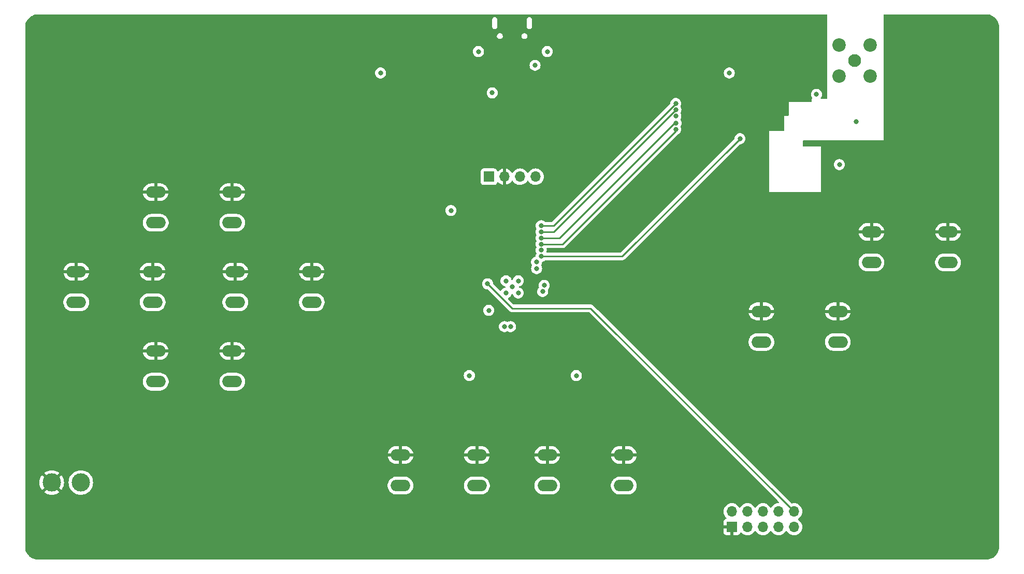
<source format=gbr>
%TF.GenerationSoftware,KiCad,Pcbnew,8.0.2*%
%TF.CreationDate,2024-06-07T13:42:10-07:00*%
%TF.ProjectId,STM_RF_PCB,53544d5f-5246-45f5-9043-422e6b696361,rev?*%
%TF.SameCoordinates,Original*%
%TF.FileFunction,Copper,L3,Inr*%
%TF.FilePolarity,Positive*%
%FSLAX46Y46*%
G04 Gerber Fmt 4.6, Leading zero omitted, Abs format (unit mm)*
G04 Created by KiCad (PCBNEW 8.0.2) date 2024-06-07 13:42:10*
%MOMM*%
%LPD*%
G01*
G04 APERTURE LIST*
%TA.AperFunction,ComponentPad*%
%ADD10C,3.000000*%
%TD*%
%TA.AperFunction,ComponentPad*%
%ADD11O,3.200000X1.900000*%
%TD*%
%TA.AperFunction,ComponentPad*%
%ADD12R,1.700000X1.700000*%
%TD*%
%TA.AperFunction,ComponentPad*%
%ADD13O,1.700000X1.700000*%
%TD*%
%TA.AperFunction,ComponentPad*%
%ADD14C,2.100000*%
%TD*%
%TA.AperFunction,ComponentPad*%
%ADD15C,2.200000*%
%TD*%
%TA.AperFunction,ViaPad*%
%ADD16C,0.800000*%
%TD*%
%TA.AperFunction,Conductor*%
%ADD17C,0.250000*%
%TD*%
G04 APERTURE END LIST*
D10*
%TO.N,GND*%
%TO.C,GND*%
X78000000Y-137000000D03*
%TD*%
%TO.N,+3V3*%
%TO.C,3v3*%
X73250000Y-137000000D03*
%TD*%
D11*
%TO.N,+3V3*%
%TO.C,SW5*%
X189250000Y-109000000D03*
X201750000Y-109000000D03*
%TO.N,Button_A*%
X189250000Y-114000000D03*
X201750000Y-114000000D03*
%TD*%
D12*
%TO.N,+3V3*%
%TO.C,J3*%
X184425000Y-144275000D03*
D13*
%TO.N,SWDIO*%
X184425000Y-141735000D03*
%TO.N,GND*%
X186965000Y-144275000D03*
%TO.N,SWCLK*%
X186965000Y-141735000D03*
%TO.N,GND*%
X189505000Y-144275000D03*
%TO.N,unconnected-(J3-Pin_6-Pad6)*%
X189505000Y-141735000D03*
%TO.N,unconnected-(J3-Pin_7-Pad7)*%
X192045000Y-144275000D03*
%TO.N,unconnected-(J3-Pin_8-Pad8)*%
X192045000Y-141735000D03*
%TO.N,GND*%
X194585000Y-144275000D03*
%TO.N,NRST*%
X194585000Y-141735000D03*
%TD*%
D11*
%TO.N,+3V3*%
%TO.C,SW3*%
X90250000Y-115500000D03*
X102750000Y-115500000D03*
%TO.N,Button_DN*%
X90250000Y-120500000D03*
X102750000Y-120500000D03*
%TD*%
%TO.N,+3V3*%
%TO.C,SW8*%
X154250000Y-132500000D03*
X166750000Y-132500000D03*
%TO.N,Button_START*%
X154250000Y-137500000D03*
X166750000Y-137500000D03*
%TD*%
%TO.N,+3V3*%
%TO.C,SW1*%
X90250000Y-89500000D03*
X102750000Y-89500000D03*
%TO.N,Button_UP*%
X90250000Y-94500000D03*
X102750000Y-94500000D03*
%TD*%
%TO.N,+3V3*%
%TO.C,SW6*%
X207250000Y-96000000D03*
X219750000Y-96000000D03*
%TO.N,Button_B*%
X207250000Y-101000000D03*
X219750000Y-101000000D03*
%TD*%
%TO.N,+3V3*%
%TO.C,SW4*%
X103250000Y-102500000D03*
X115750000Y-102500000D03*
%TO.N,Button_RT*%
X103250000Y-107500000D03*
X115750000Y-107500000D03*
%TD*%
%TO.N,+3V3*%
%TO.C,SW2*%
X77250000Y-102500000D03*
X89750000Y-102500000D03*
%TO.N,Button_LF*%
X77250000Y-107500000D03*
X89750000Y-107500000D03*
%TD*%
D14*
%TO.N,Net-(J1-In)*%
%TO.C,J1*%
X204500000Y-68000000D03*
D15*
%TO.N,GND*%
X201960000Y-65460000D03*
X201960000Y-70540000D03*
X207040000Y-65460000D03*
X207040000Y-70540000D03*
%TD*%
D12*
%TO.N,GND*%
%TO.C,J4*%
X144700000Y-86975000D03*
D13*
%TO.N,+3V3*%
X147240000Y-86975000D03*
%TO.N,I2C1_SCL*%
X149780000Y-86975000D03*
%TO.N,I2C1_SDA*%
X152320000Y-86975000D03*
%TD*%
D11*
%TO.N,+3V3*%
%TO.C,SW7*%
X130250000Y-132500000D03*
X142750000Y-132500000D03*
%TO.N,Button_SELECT*%
X130250000Y-137500000D03*
X142750000Y-137500000D03*
%TD*%
D16*
%TO.N,GND*%
X198250000Y-73500000D03*
X204750000Y-78000000D03*
X127000000Y-70000000D03*
%TO.N,+3V3*%
X123000000Y-73000000D03*
X122975000Y-76000000D03*
X123000000Y-74000000D03*
%TO.N,GND*%
X138500000Y-92500000D03*
X159000000Y-119500000D03*
X141500000Y-119500000D03*
X202000000Y-85000000D03*
X184000000Y-70000000D03*
X147500000Y-106000000D03*
X147500000Y-104000000D03*
X149500000Y-104000000D03*
X154250000Y-66500000D03*
X148500000Y-105000000D03*
X143000000Y-66500000D03*
X149500000Y-106000000D03*
%TO.N,+3V3*%
X122975000Y-74975000D03*
X188737347Y-79237347D03*
X192187500Y-68750000D03*
X196000000Y-72750000D03*
X156387653Y-103362347D03*
X143500000Y-103250000D03*
%TO.N,NRST*%
X144500000Y-104500000D03*
%TO.N,+5V*%
X152250000Y-68750000D03*
X145250000Y-73250000D03*
%TO.N,SWDIO*%
X152500000Y-102000000D03*
%TO.N,SWCLK*%
X152487730Y-100912577D03*
%TO.N,I2C1_SCL*%
X153500000Y-105750000D03*
%TO.N,I2C1_SDA*%
X153750000Y-104750000D03*
%TO.N,Button_DN*%
X144675000Y-108825000D03*
%TO.N,Button_A*%
X147250000Y-111500000D03*
%TO.N,Button_B*%
X148250000Y-111500000D03*
%TO.N,SPI_MISO*%
X175250000Y-79250000D03*
X153250000Y-97999997D03*
%TO.N,NRF_CE*%
X153254505Y-94987491D03*
X175250000Y-75000000D03*
%TO.N,SPI_CS*%
X175262653Y-76012653D03*
X153237347Y-95987347D03*
%TO.N,SPI_SCK*%
X153250000Y-99000000D03*
X175256286Y-77019020D03*
%TO.N,SPI_MOSI*%
X153250000Y-97000000D03*
X175317270Y-78208036D03*
%TO.N,NRF_IRQ*%
X185750000Y-80750000D03*
X153250000Y-100000000D03*
%TD*%
D17*
%TO.N,NRST*%
X144500000Y-104500000D02*
X148500000Y-108500000D01*
X161350000Y-108500000D02*
X194585000Y-141735000D01*
X148500000Y-108500000D02*
X161350000Y-108500000D01*
%TO.N,SPI_MISO*%
X175250000Y-79500000D02*
X156750003Y-97999997D01*
X175250000Y-79250000D02*
X175250000Y-79500000D01*
X156750003Y-97999997D02*
X153250000Y-97999997D01*
%TO.N,NRF_CE*%
X175250000Y-75000000D02*
X155262509Y-94987491D01*
X155262509Y-94987491D02*
X153254505Y-94987491D01*
%TO.N,SPI_CS*%
X175237347Y-76012653D02*
X155262653Y-95987347D01*
X175262653Y-76012653D02*
X175237347Y-76012653D01*
X155262653Y-95987347D02*
X153237347Y-95987347D01*
%TO.N,SPI_MOSI*%
X175317270Y-78208036D02*
X175041964Y-78208036D01*
X156250000Y-97000000D02*
X153250000Y-97000000D01*
X175041964Y-78208036D02*
X156250000Y-97000000D01*
%TO.N,NRF_IRQ*%
X153250000Y-100000000D02*
X166500000Y-100000000D01*
X166500000Y-100000000D02*
X185750000Y-80750000D01*
%TD*%
%TA.AperFunction,Conductor*%
%TO.N,+3V3*%
G36*
X199943039Y-60420185D02*
G01*
X199988794Y-60472989D01*
X200000000Y-60524500D01*
X200000000Y-74126000D01*
X199980315Y-74193039D01*
X199927511Y-74238794D01*
X199876000Y-74250000D01*
X199064948Y-74250000D01*
X198997909Y-74230315D01*
X198952154Y-74177511D01*
X198942210Y-74108353D01*
X198971235Y-74044797D01*
X198972797Y-74043029D01*
X198973293Y-74042477D01*
X198982533Y-74032216D01*
X199077179Y-73868284D01*
X199135674Y-73688256D01*
X199155460Y-73500000D01*
X199135674Y-73311744D01*
X199077179Y-73131716D01*
X198982533Y-72967784D01*
X198855871Y-72827112D01*
X198855870Y-72827111D01*
X198702734Y-72715851D01*
X198702729Y-72715848D01*
X198529807Y-72638857D01*
X198529802Y-72638855D01*
X198384001Y-72607865D01*
X198344646Y-72599500D01*
X198155354Y-72599500D01*
X198122897Y-72606398D01*
X197970197Y-72638855D01*
X197970192Y-72638857D01*
X197797270Y-72715848D01*
X197797265Y-72715851D01*
X197644129Y-72827111D01*
X197517466Y-72967785D01*
X197422821Y-73131715D01*
X197422818Y-73131722D01*
X197364327Y-73311740D01*
X197364326Y-73311744D01*
X197344540Y-73500000D01*
X197364326Y-73688256D01*
X197364327Y-73688259D01*
X197422818Y-73868277D01*
X197422821Y-73868284D01*
X197517467Y-74032216D01*
X197533639Y-74050177D01*
X197563868Y-74113165D01*
X197555244Y-74182501D01*
X197529171Y-74220829D01*
X197500000Y-74250000D01*
X197500000Y-74626000D01*
X197480315Y-74693039D01*
X197427511Y-74738794D01*
X197376000Y-74750000D01*
X193750000Y-74750000D01*
X193750000Y-76876000D01*
X193730315Y-76943039D01*
X193677511Y-76988794D01*
X193626000Y-77000000D01*
X193000000Y-77000000D01*
X193000000Y-79376000D01*
X192980315Y-79443039D01*
X192927511Y-79488794D01*
X192876000Y-79500000D01*
X190500000Y-79500000D01*
X190500000Y-89500000D01*
X199000000Y-89500000D01*
X199000000Y-85000000D01*
X201094540Y-85000000D01*
X201114326Y-85188256D01*
X201114327Y-85188259D01*
X201172818Y-85368277D01*
X201172821Y-85368284D01*
X201267467Y-85532216D01*
X201345915Y-85619341D01*
X201394129Y-85672888D01*
X201547265Y-85784148D01*
X201547270Y-85784151D01*
X201720192Y-85861142D01*
X201720197Y-85861144D01*
X201905354Y-85900500D01*
X201905355Y-85900500D01*
X202094644Y-85900500D01*
X202094646Y-85900500D01*
X202279803Y-85861144D01*
X202452730Y-85784151D01*
X202605871Y-85672888D01*
X202732533Y-85532216D01*
X202827179Y-85368284D01*
X202885674Y-85188256D01*
X202905460Y-85000000D01*
X202885674Y-84811744D01*
X202827179Y-84631716D01*
X202732533Y-84467784D01*
X202605871Y-84327112D01*
X202605870Y-84327111D01*
X202452734Y-84215851D01*
X202452729Y-84215848D01*
X202279807Y-84138857D01*
X202279802Y-84138855D01*
X202134001Y-84107865D01*
X202094646Y-84099500D01*
X201905354Y-84099500D01*
X201872897Y-84106398D01*
X201720197Y-84138855D01*
X201720192Y-84138857D01*
X201547270Y-84215848D01*
X201547265Y-84215851D01*
X201394129Y-84327111D01*
X201267466Y-84467785D01*
X201172821Y-84631715D01*
X201172818Y-84631722D01*
X201114327Y-84811740D01*
X201114326Y-84811744D01*
X201094540Y-85000000D01*
X199000000Y-85000000D01*
X199000000Y-82000000D01*
X196124000Y-82000000D01*
X196056961Y-81980315D01*
X196011206Y-81927511D01*
X196000000Y-81876000D01*
X196000000Y-81124000D01*
X196019685Y-81056961D01*
X196072489Y-81011206D01*
X196124000Y-81000000D01*
X209250000Y-81000000D01*
X209250000Y-60524500D01*
X209269685Y-60457461D01*
X209322489Y-60411706D01*
X209374000Y-60400500D01*
X225942417Y-60400500D01*
X225995948Y-60400500D01*
X226004028Y-60400764D01*
X226265949Y-60417931D01*
X226282005Y-60420046D01*
X226535426Y-60470454D01*
X226551077Y-60474648D01*
X226795752Y-60557704D01*
X226810729Y-60563907D01*
X226956327Y-60635708D01*
X227042460Y-60678185D01*
X227056506Y-60686295D01*
X227271336Y-60829839D01*
X227284202Y-60839710D01*
X227322728Y-60873497D01*
X227478460Y-61010070D01*
X227489929Y-61021539D01*
X227596307Y-61142840D01*
X227658698Y-61213984D01*
X227660286Y-61215794D01*
X227670160Y-61228663D01*
X227813704Y-61443493D01*
X227821814Y-61457539D01*
X227936091Y-61689269D01*
X227942298Y-61704254D01*
X228025348Y-61948911D01*
X228029546Y-61964579D01*
X228079952Y-62217989D01*
X228082069Y-62234070D01*
X228099234Y-62495941D01*
X228099500Y-62504051D01*
X228099500Y-147495948D01*
X228099234Y-147504058D01*
X228082069Y-147765929D01*
X228079952Y-147782010D01*
X228029546Y-148035420D01*
X228025348Y-148051088D01*
X227942298Y-148295745D01*
X227936091Y-148310730D01*
X227821814Y-148542460D01*
X227813704Y-148556506D01*
X227670160Y-148771336D01*
X227660286Y-148784205D01*
X227489929Y-148978460D01*
X227478460Y-148989929D01*
X227284205Y-149160286D01*
X227271336Y-149170160D01*
X227056506Y-149313704D01*
X227042460Y-149321814D01*
X226810730Y-149436091D01*
X226795745Y-149442298D01*
X226551088Y-149525348D01*
X226535420Y-149529546D01*
X226282010Y-149579952D01*
X226265929Y-149582069D01*
X226004058Y-149599234D01*
X225995948Y-149599500D01*
X71004052Y-149599500D01*
X70995942Y-149599234D01*
X70734070Y-149582069D01*
X70717989Y-149579952D01*
X70464579Y-149529546D01*
X70448911Y-149525348D01*
X70204254Y-149442298D01*
X70189269Y-149436091D01*
X69957539Y-149321814D01*
X69943493Y-149313704D01*
X69728663Y-149170160D01*
X69715794Y-149160286D01*
X69521539Y-148989929D01*
X69510070Y-148978460D01*
X69339713Y-148784205D01*
X69329839Y-148771336D01*
X69186295Y-148556506D01*
X69178185Y-148542460D01*
X69063908Y-148310730D01*
X69057704Y-148295752D01*
X68974648Y-148051077D01*
X68970453Y-148035420D01*
X68920047Y-147782010D01*
X68917931Y-147765949D01*
X68900764Y-147504028D01*
X68900500Y-147495948D01*
X68900500Y-136999998D01*
X71244891Y-136999998D01*
X71244891Y-137000001D01*
X71265300Y-137285362D01*
X71326109Y-137564895D01*
X71426091Y-137832958D01*
X71563191Y-138084038D01*
X71563196Y-138084046D01*
X71669882Y-138226561D01*
X71669883Y-138226562D01*
X72387425Y-137509019D01*
X72473249Y-137637463D01*
X72612537Y-137776751D01*
X72740978Y-137862573D01*
X72023436Y-138580115D01*
X72165960Y-138686807D01*
X72165961Y-138686808D01*
X72417042Y-138823908D01*
X72417041Y-138823908D01*
X72685104Y-138923890D01*
X72964637Y-138984699D01*
X73249999Y-139005109D01*
X73250001Y-139005109D01*
X73535362Y-138984699D01*
X73814895Y-138923890D01*
X74082958Y-138823908D01*
X74334047Y-138686803D01*
X74476561Y-138580116D01*
X74476562Y-138580115D01*
X73759021Y-137862573D01*
X73887463Y-137776751D01*
X74026751Y-137637463D01*
X74112573Y-137509020D01*
X74830115Y-138226562D01*
X74830116Y-138226561D01*
X74936803Y-138084047D01*
X75073908Y-137832958D01*
X75173890Y-137564895D01*
X75234699Y-137285362D01*
X75255109Y-137000001D01*
X75255109Y-136999998D01*
X75994390Y-136999998D01*
X75994390Y-137000001D01*
X76014804Y-137285433D01*
X76075628Y-137565037D01*
X76075630Y-137565043D01*
X76075631Y-137565046D01*
X76154593Y-137776751D01*
X76175635Y-137833166D01*
X76312770Y-138084309D01*
X76312775Y-138084317D01*
X76484254Y-138313387D01*
X76484270Y-138313405D01*
X76686594Y-138515729D01*
X76686612Y-138515745D01*
X76915682Y-138687224D01*
X76915690Y-138687229D01*
X77166833Y-138824364D01*
X77166832Y-138824364D01*
X77166836Y-138824365D01*
X77166839Y-138824367D01*
X77434954Y-138924369D01*
X77434960Y-138924370D01*
X77434962Y-138924371D01*
X77714566Y-138985195D01*
X77714568Y-138985195D01*
X77714572Y-138985196D01*
X77968220Y-139003337D01*
X77999999Y-139005610D01*
X78000000Y-139005610D01*
X78000001Y-139005610D01*
X78028595Y-139003564D01*
X78285428Y-138985196D01*
X78444924Y-138950500D01*
X78565037Y-138924371D01*
X78565037Y-138924370D01*
X78565046Y-138924369D01*
X78833161Y-138824367D01*
X79084315Y-138687226D01*
X79313395Y-138515739D01*
X79515739Y-138313395D01*
X79687226Y-138084315D01*
X79824367Y-137833161D01*
X79924369Y-137565046D01*
X79963353Y-137385837D01*
X128149500Y-137385837D01*
X128149500Y-137614162D01*
X128185215Y-137839660D01*
X128255770Y-138056803D01*
X128342267Y-138226561D01*
X128359421Y-138260228D01*
X128493621Y-138444937D01*
X128655063Y-138606379D01*
X128839772Y-138740579D01*
X128935884Y-138789550D01*
X129043196Y-138844229D01*
X129043198Y-138844229D01*
X129043201Y-138844231D01*
X129159592Y-138882049D01*
X129260339Y-138914784D01*
X129485838Y-138950500D01*
X129485843Y-138950500D01*
X131014162Y-138950500D01*
X131239660Y-138914784D01*
X131456799Y-138844231D01*
X131660228Y-138740579D01*
X131844937Y-138606379D01*
X132006379Y-138444937D01*
X132140579Y-138260228D01*
X132244231Y-138056799D01*
X132314784Y-137839660D01*
X132315813Y-137833161D01*
X132350500Y-137614162D01*
X132350500Y-137385837D01*
X140649500Y-137385837D01*
X140649500Y-137614162D01*
X140685215Y-137839660D01*
X140755770Y-138056803D01*
X140842267Y-138226561D01*
X140859421Y-138260228D01*
X140993621Y-138444937D01*
X141155063Y-138606379D01*
X141339772Y-138740579D01*
X141435884Y-138789550D01*
X141543196Y-138844229D01*
X141543198Y-138844229D01*
X141543201Y-138844231D01*
X141659592Y-138882049D01*
X141760339Y-138914784D01*
X141985838Y-138950500D01*
X141985843Y-138950500D01*
X143514162Y-138950500D01*
X143739660Y-138914784D01*
X143956799Y-138844231D01*
X144160228Y-138740579D01*
X144344937Y-138606379D01*
X144506379Y-138444937D01*
X144640579Y-138260228D01*
X144744231Y-138056799D01*
X144814784Y-137839660D01*
X144815813Y-137833161D01*
X144850500Y-137614162D01*
X144850500Y-137385837D01*
X152149500Y-137385837D01*
X152149500Y-137614162D01*
X152185215Y-137839660D01*
X152255770Y-138056803D01*
X152342267Y-138226561D01*
X152359421Y-138260228D01*
X152493621Y-138444937D01*
X152655063Y-138606379D01*
X152839772Y-138740579D01*
X152935884Y-138789550D01*
X153043196Y-138844229D01*
X153043198Y-138844229D01*
X153043201Y-138844231D01*
X153159592Y-138882049D01*
X153260339Y-138914784D01*
X153485838Y-138950500D01*
X153485843Y-138950500D01*
X155014162Y-138950500D01*
X155239660Y-138914784D01*
X155456799Y-138844231D01*
X155660228Y-138740579D01*
X155844937Y-138606379D01*
X156006379Y-138444937D01*
X156140579Y-138260228D01*
X156244231Y-138056799D01*
X156314784Y-137839660D01*
X156315813Y-137833161D01*
X156350500Y-137614162D01*
X156350500Y-137385837D01*
X164649500Y-137385837D01*
X164649500Y-137614162D01*
X164685215Y-137839660D01*
X164755770Y-138056803D01*
X164842267Y-138226561D01*
X164859421Y-138260228D01*
X164993621Y-138444937D01*
X165155063Y-138606379D01*
X165339772Y-138740579D01*
X165435884Y-138789550D01*
X165543196Y-138844229D01*
X165543198Y-138844229D01*
X165543201Y-138844231D01*
X165659592Y-138882049D01*
X165760339Y-138914784D01*
X165985838Y-138950500D01*
X165985843Y-138950500D01*
X167514162Y-138950500D01*
X167739660Y-138914784D01*
X167956799Y-138844231D01*
X168160228Y-138740579D01*
X168344937Y-138606379D01*
X168506379Y-138444937D01*
X168640579Y-138260228D01*
X168744231Y-138056799D01*
X168814784Y-137839660D01*
X168815813Y-137833161D01*
X168850500Y-137614162D01*
X168850500Y-137385837D01*
X168814784Y-137160339D01*
X168782049Y-137059592D01*
X168744231Y-136943201D01*
X168744229Y-136943198D01*
X168744229Y-136943196D01*
X168640578Y-136739771D01*
X168622270Y-136714572D01*
X168506379Y-136555063D01*
X168344937Y-136393621D01*
X168160228Y-136259421D01*
X167956803Y-136155770D01*
X167739660Y-136085215D01*
X167514162Y-136049500D01*
X167514157Y-136049500D01*
X165985843Y-136049500D01*
X165985838Y-136049500D01*
X165760339Y-136085215D01*
X165543196Y-136155770D01*
X165339771Y-136259421D01*
X165155061Y-136393622D01*
X164993622Y-136555061D01*
X164859421Y-136739771D01*
X164755770Y-136943196D01*
X164685215Y-137160339D01*
X164649500Y-137385837D01*
X156350500Y-137385837D01*
X156314784Y-137160339D01*
X156282049Y-137059592D01*
X156244231Y-136943201D01*
X156244229Y-136943198D01*
X156244229Y-136943196D01*
X156140578Y-136739771D01*
X156122270Y-136714572D01*
X156006379Y-136555063D01*
X155844937Y-136393621D01*
X155660228Y-136259421D01*
X155456803Y-136155770D01*
X155239660Y-136085215D01*
X155014162Y-136049500D01*
X155014157Y-136049500D01*
X153485843Y-136049500D01*
X153485838Y-136049500D01*
X153260339Y-136085215D01*
X153043196Y-136155770D01*
X152839771Y-136259421D01*
X152655061Y-136393622D01*
X152493622Y-136555061D01*
X152359421Y-136739771D01*
X152255770Y-136943196D01*
X152185215Y-137160339D01*
X152149500Y-137385837D01*
X144850500Y-137385837D01*
X144814784Y-137160339D01*
X144782049Y-137059592D01*
X144744231Y-136943201D01*
X144744229Y-136943198D01*
X144744229Y-136943196D01*
X144640578Y-136739771D01*
X144622270Y-136714572D01*
X144506379Y-136555063D01*
X144344937Y-136393621D01*
X144160228Y-136259421D01*
X143956803Y-136155770D01*
X143739660Y-136085215D01*
X143514162Y-136049500D01*
X143514157Y-136049500D01*
X141985843Y-136049500D01*
X141985838Y-136049500D01*
X141760339Y-136085215D01*
X141543196Y-136155770D01*
X141339771Y-136259421D01*
X141155061Y-136393622D01*
X140993622Y-136555061D01*
X140859421Y-136739771D01*
X140755770Y-136943196D01*
X140685215Y-137160339D01*
X140649500Y-137385837D01*
X132350500Y-137385837D01*
X132314784Y-137160339D01*
X132282049Y-137059592D01*
X132244231Y-136943201D01*
X132244229Y-136943198D01*
X132244229Y-136943196D01*
X132140578Y-136739771D01*
X132122270Y-136714572D01*
X132006379Y-136555063D01*
X131844937Y-136393621D01*
X131660228Y-136259421D01*
X131456803Y-136155770D01*
X131239660Y-136085215D01*
X131014162Y-136049500D01*
X131014157Y-136049500D01*
X129485843Y-136049500D01*
X129485838Y-136049500D01*
X129260339Y-136085215D01*
X129043196Y-136155770D01*
X128839771Y-136259421D01*
X128655061Y-136393622D01*
X128493622Y-136555061D01*
X128359421Y-136739771D01*
X128255770Y-136943196D01*
X128185215Y-137160339D01*
X128149500Y-137385837D01*
X79963353Y-137385837D01*
X79985196Y-137285428D01*
X80005610Y-137000000D01*
X79985196Y-136714572D01*
X79924369Y-136434954D01*
X79824367Y-136166839D01*
X79818322Y-136155769D01*
X79687229Y-135915690D01*
X79687224Y-135915682D01*
X79515745Y-135686612D01*
X79515729Y-135686594D01*
X79313405Y-135484270D01*
X79313387Y-135484254D01*
X79084317Y-135312775D01*
X79084309Y-135312770D01*
X78833166Y-135175635D01*
X78833167Y-135175635D01*
X78725915Y-135135632D01*
X78565046Y-135075631D01*
X78565043Y-135075630D01*
X78565037Y-135075628D01*
X78285433Y-135014804D01*
X78000001Y-134994390D01*
X77999999Y-134994390D01*
X77714566Y-135014804D01*
X77434962Y-135075628D01*
X77166833Y-135175635D01*
X76915690Y-135312770D01*
X76915682Y-135312775D01*
X76686612Y-135484254D01*
X76686594Y-135484270D01*
X76484270Y-135686594D01*
X76484254Y-135686612D01*
X76312775Y-135915682D01*
X76312770Y-135915690D01*
X76175635Y-136166833D01*
X76075628Y-136434962D01*
X76014804Y-136714566D01*
X75994390Y-136999998D01*
X75255109Y-136999998D01*
X75234699Y-136714637D01*
X75173890Y-136435104D01*
X75073908Y-136167041D01*
X74936808Y-135915961D01*
X74936807Y-135915960D01*
X74830115Y-135773436D01*
X74112573Y-136490978D01*
X74026751Y-136362537D01*
X73887463Y-136223249D01*
X73759020Y-136137425D01*
X74476562Y-135419883D01*
X74476561Y-135419882D01*
X74334046Y-135313196D01*
X74334038Y-135313191D01*
X74082957Y-135176091D01*
X74082958Y-135176091D01*
X73814895Y-135076109D01*
X73535362Y-135015300D01*
X73250001Y-134994891D01*
X73249999Y-134994891D01*
X72964637Y-135015300D01*
X72685104Y-135076109D01*
X72417041Y-135176091D01*
X72165961Y-135313191D01*
X72165953Y-135313196D01*
X72023437Y-135419882D01*
X72023436Y-135419883D01*
X72740979Y-136137426D01*
X72612537Y-136223249D01*
X72473249Y-136362537D01*
X72387426Y-136490979D01*
X71669883Y-135773436D01*
X71669882Y-135773437D01*
X71563196Y-135915953D01*
X71563191Y-135915961D01*
X71426091Y-136167041D01*
X71326109Y-136435104D01*
X71265300Y-136714637D01*
X71244891Y-136999998D01*
X68900500Y-136999998D01*
X68900500Y-132250000D01*
X128171522Y-132250000D01*
X129649999Y-132250000D01*
X129624979Y-132310402D01*
X129600000Y-132435981D01*
X129600000Y-132564019D01*
X129624979Y-132689598D01*
X129649999Y-132750000D01*
X128171522Y-132750000D01*
X128185704Y-132839544D01*
X128256230Y-133056604D01*
X128359849Y-133259966D01*
X128494004Y-133444614D01*
X128655385Y-133605995D01*
X128840033Y-133740150D01*
X129043395Y-133843769D01*
X129260455Y-133914295D01*
X129485884Y-133950000D01*
X130000000Y-133950000D01*
X130000000Y-133100001D01*
X130060402Y-133125021D01*
X130185981Y-133150000D01*
X130314019Y-133150000D01*
X130439598Y-133125021D01*
X130500000Y-133100001D01*
X130500000Y-133950000D01*
X131014116Y-133950000D01*
X131239544Y-133914295D01*
X131456604Y-133843769D01*
X131659966Y-133740150D01*
X131844614Y-133605995D01*
X132005995Y-133444614D01*
X132140150Y-133259966D01*
X132243769Y-133056604D01*
X132314295Y-132839544D01*
X132328478Y-132750000D01*
X130850001Y-132750000D01*
X130875021Y-132689598D01*
X130900000Y-132564019D01*
X130900000Y-132435981D01*
X130875021Y-132310402D01*
X130850001Y-132250000D01*
X132328478Y-132250000D01*
X140671522Y-132250000D01*
X142149999Y-132250000D01*
X142124979Y-132310402D01*
X142100000Y-132435981D01*
X142100000Y-132564019D01*
X142124979Y-132689598D01*
X142149999Y-132750000D01*
X140671522Y-132750000D01*
X140685704Y-132839544D01*
X140756230Y-133056604D01*
X140859849Y-133259966D01*
X140994004Y-133444614D01*
X141155385Y-133605995D01*
X141340033Y-133740150D01*
X141543395Y-133843769D01*
X141760455Y-133914295D01*
X141985884Y-133950000D01*
X142500000Y-133950000D01*
X142500000Y-133100001D01*
X142560402Y-133125021D01*
X142685981Y-133150000D01*
X142814019Y-133150000D01*
X142939598Y-133125021D01*
X143000000Y-133100001D01*
X143000000Y-133950000D01*
X143514116Y-133950000D01*
X143739544Y-133914295D01*
X143956604Y-133843769D01*
X144159966Y-133740150D01*
X144344614Y-133605995D01*
X144505995Y-133444614D01*
X144640150Y-133259966D01*
X144743769Y-133056604D01*
X144814295Y-132839544D01*
X144828478Y-132750000D01*
X143350001Y-132750000D01*
X143375021Y-132689598D01*
X143400000Y-132564019D01*
X143400000Y-132435981D01*
X143375021Y-132310402D01*
X143350001Y-132250000D01*
X144828478Y-132250000D01*
X152171522Y-132250000D01*
X153649999Y-132250000D01*
X153624979Y-132310402D01*
X153600000Y-132435981D01*
X153600000Y-132564019D01*
X153624979Y-132689598D01*
X153649999Y-132750000D01*
X152171522Y-132750000D01*
X152185704Y-132839544D01*
X152256230Y-133056604D01*
X152359849Y-133259966D01*
X152494004Y-133444614D01*
X152655385Y-133605995D01*
X152840033Y-133740150D01*
X153043395Y-133843769D01*
X153260455Y-133914295D01*
X153485884Y-133950000D01*
X154000000Y-133950000D01*
X154000000Y-133100001D01*
X154060402Y-133125021D01*
X154185981Y-133150000D01*
X154314019Y-133150000D01*
X154439598Y-133125021D01*
X154500000Y-133100001D01*
X154500000Y-133950000D01*
X155014116Y-133950000D01*
X155239544Y-133914295D01*
X155456604Y-133843769D01*
X155659966Y-133740150D01*
X155844614Y-133605995D01*
X156005995Y-133444614D01*
X156140150Y-133259966D01*
X156243769Y-133056604D01*
X156314295Y-132839544D01*
X156328478Y-132750000D01*
X154850001Y-132750000D01*
X154875021Y-132689598D01*
X154900000Y-132564019D01*
X154900000Y-132435981D01*
X154875021Y-132310402D01*
X154850001Y-132250000D01*
X156328478Y-132250000D01*
X164671522Y-132250000D01*
X166149999Y-132250000D01*
X166124979Y-132310402D01*
X166100000Y-132435981D01*
X166100000Y-132564019D01*
X166124979Y-132689598D01*
X166149999Y-132750000D01*
X164671522Y-132750000D01*
X164685704Y-132839544D01*
X164756230Y-133056604D01*
X164859849Y-133259966D01*
X164994004Y-133444614D01*
X165155385Y-133605995D01*
X165340033Y-133740150D01*
X165543395Y-133843769D01*
X165760455Y-133914295D01*
X165985884Y-133950000D01*
X166500000Y-133950000D01*
X166500000Y-133100001D01*
X166560402Y-133125021D01*
X166685981Y-133150000D01*
X166814019Y-133150000D01*
X166939598Y-133125021D01*
X167000000Y-133100001D01*
X167000000Y-133950000D01*
X167514116Y-133950000D01*
X167739544Y-133914295D01*
X167956604Y-133843769D01*
X168159966Y-133740150D01*
X168344614Y-133605995D01*
X168505995Y-133444614D01*
X168640150Y-133259966D01*
X168743769Y-133056604D01*
X168814295Y-132839544D01*
X168828478Y-132750000D01*
X167350001Y-132750000D01*
X167375021Y-132689598D01*
X167400000Y-132564019D01*
X167400000Y-132435981D01*
X167375021Y-132310402D01*
X167350001Y-132250000D01*
X168828478Y-132250000D01*
X168814295Y-132160455D01*
X168743769Y-131943395D01*
X168640150Y-131740033D01*
X168505995Y-131555385D01*
X168344614Y-131394004D01*
X168159966Y-131259849D01*
X167956604Y-131156230D01*
X167739544Y-131085704D01*
X167514116Y-131050000D01*
X167000000Y-131050000D01*
X167000000Y-131899998D01*
X166939598Y-131874979D01*
X166814019Y-131850000D01*
X166685981Y-131850000D01*
X166560402Y-131874979D01*
X166500000Y-131899998D01*
X166500000Y-131050000D01*
X165985884Y-131050000D01*
X165760455Y-131085704D01*
X165543395Y-131156230D01*
X165340033Y-131259849D01*
X165155385Y-131394004D01*
X164994004Y-131555385D01*
X164859849Y-131740033D01*
X164756230Y-131943395D01*
X164685704Y-132160455D01*
X164671522Y-132250000D01*
X156328478Y-132250000D01*
X156314295Y-132160455D01*
X156243769Y-131943395D01*
X156140150Y-131740033D01*
X156005995Y-131555385D01*
X155844614Y-131394004D01*
X155659966Y-131259849D01*
X155456604Y-131156230D01*
X155239544Y-131085704D01*
X155014116Y-131050000D01*
X154500000Y-131050000D01*
X154500000Y-131899998D01*
X154439598Y-131874979D01*
X154314019Y-131850000D01*
X154185981Y-131850000D01*
X154060402Y-131874979D01*
X154000000Y-131899998D01*
X154000000Y-131050000D01*
X153485884Y-131050000D01*
X153260455Y-131085704D01*
X153043395Y-131156230D01*
X152840033Y-131259849D01*
X152655385Y-131394004D01*
X152494004Y-131555385D01*
X152359849Y-131740033D01*
X152256230Y-131943395D01*
X152185704Y-132160455D01*
X152171522Y-132250000D01*
X144828478Y-132250000D01*
X144814295Y-132160455D01*
X144743769Y-131943395D01*
X144640150Y-131740033D01*
X144505995Y-131555385D01*
X144344614Y-131394004D01*
X144159966Y-131259849D01*
X143956604Y-131156230D01*
X143739544Y-131085704D01*
X143514116Y-131050000D01*
X143000000Y-131050000D01*
X143000000Y-131899998D01*
X142939598Y-131874979D01*
X142814019Y-131850000D01*
X142685981Y-131850000D01*
X142560402Y-131874979D01*
X142500000Y-131899998D01*
X142500000Y-131050000D01*
X141985884Y-131050000D01*
X141760455Y-131085704D01*
X141543395Y-131156230D01*
X141340033Y-131259849D01*
X141155385Y-131394004D01*
X140994004Y-131555385D01*
X140859849Y-131740033D01*
X140756230Y-131943395D01*
X140685704Y-132160455D01*
X140671522Y-132250000D01*
X132328478Y-132250000D01*
X132314295Y-132160455D01*
X132243769Y-131943395D01*
X132140150Y-131740033D01*
X132005995Y-131555385D01*
X131844614Y-131394004D01*
X131659966Y-131259849D01*
X131456604Y-131156230D01*
X131239544Y-131085704D01*
X131014116Y-131050000D01*
X130500000Y-131050000D01*
X130500000Y-131899998D01*
X130439598Y-131874979D01*
X130314019Y-131850000D01*
X130185981Y-131850000D01*
X130060402Y-131874979D01*
X130000000Y-131899998D01*
X130000000Y-131050000D01*
X129485884Y-131050000D01*
X129260455Y-131085704D01*
X129043395Y-131156230D01*
X128840033Y-131259849D01*
X128655385Y-131394004D01*
X128494004Y-131555385D01*
X128359849Y-131740033D01*
X128256230Y-131943395D01*
X128185704Y-132160455D01*
X128171522Y-132250000D01*
X68900500Y-132250000D01*
X68900500Y-120385837D01*
X88149500Y-120385837D01*
X88149500Y-120614162D01*
X88185215Y-120839660D01*
X88255770Y-121056803D01*
X88359421Y-121260228D01*
X88493621Y-121444937D01*
X88655063Y-121606379D01*
X88839772Y-121740579D01*
X88935884Y-121789550D01*
X89043196Y-121844229D01*
X89043198Y-121844229D01*
X89043201Y-121844231D01*
X89159592Y-121882049D01*
X89260339Y-121914784D01*
X89485838Y-121950500D01*
X89485843Y-121950500D01*
X91014162Y-121950500D01*
X91239660Y-121914784D01*
X91456799Y-121844231D01*
X91660228Y-121740579D01*
X91844937Y-121606379D01*
X92006379Y-121444937D01*
X92140579Y-121260228D01*
X92244231Y-121056799D01*
X92314784Y-120839660D01*
X92350500Y-120614162D01*
X92350500Y-120385837D01*
X100649500Y-120385837D01*
X100649500Y-120614162D01*
X100685215Y-120839660D01*
X100755770Y-121056803D01*
X100859421Y-121260228D01*
X100993621Y-121444937D01*
X101155063Y-121606379D01*
X101339772Y-121740579D01*
X101435884Y-121789550D01*
X101543196Y-121844229D01*
X101543198Y-121844229D01*
X101543201Y-121844231D01*
X101659592Y-121882049D01*
X101760339Y-121914784D01*
X101985838Y-121950500D01*
X101985843Y-121950500D01*
X103514162Y-121950500D01*
X103739660Y-121914784D01*
X103956799Y-121844231D01*
X104160228Y-121740579D01*
X104344937Y-121606379D01*
X104506379Y-121444937D01*
X104640579Y-121260228D01*
X104744231Y-121056799D01*
X104814784Y-120839660D01*
X104850500Y-120614162D01*
X104850500Y-120385837D01*
X104814784Y-120160339D01*
X104744229Y-119943196D01*
X104640578Y-119739771D01*
X104603150Y-119688256D01*
X104506379Y-119555063D01*
X104451316Y-119500000D01*
X140594540Y-119500000D01*
X140614326Y-119688256D01*
X140614327Y-119688259D01*
X140672818Y-119868277D01*
X140672821Y-119868284D01*
X140767467Y-120032216D01*
X140882830Y-120160339D01*
X140894129Y-120172888D01*
X141047265Y-120284148D01*
X141047270Y-120284151D01*
X141220192Y-120361142D01*
X141220197Y-120361144D01*
X141405354Y-120400500D01*
X141405355Y-120400500D01*
X141594644Y-120400500D01*
X141594646Y-120400500D01*
X141779803Y-120361144D01*
X141952730Y-120284151D01*
X142105871Y-120172888D01*
X142232533Y-120032216D01*
X142327179Y-119868284D01*
X142385674Y-119688256D01*
X142405460Y-119500000D01*
X158094540Y-119500000D01*
X158114326Y-119688256D01*
X158114327Y-119688259D01*
X158172818Y-119868277D01*
X158172821Y-119868284D01*
X158267467Y-120032216D01*
X158382830Y-120160339D01*
X158394129Y-120172888D01*
X158547265Y-120284148D01*
X158547270Y-120284151D01*
X158720192Y-120361142D01*
X158720197Y-120361144D01*
X158905354Y-120400500D01*
X158905355Y-120400500D01*
X159094644Y-120400500D01*
X159094646Y-120400500D01*
X159279803Y-120361144D01*
X159452730Y-120284151D01*
X159605871Y-120172888D01*
X159732533Y-120032216D01*
X159827179Y-119868284D01*
X159885674Y-119688256D01*
X159905460Y-119500000D01*
X159885674Y-119311744D01*
X159827179Y-119131716D01*
X159732533Y-118967784D01*
X159605871Y-118827112D01*
X159605870Y-118827111D01*
X159452734Y-118715851D01*
X159452729Y-118715848D01*
X159279807Y-118638857D01*
X159279802Y-118638855D01*
X159134001Y-118607865D01*
X159094646Y-118599500D01*
X158905354Y-118599500D01*
X158872897Y-118606398D01*
X158720197Y-118638855D01*
X158720192Y-118638857D01*
X158547270Y-118715848D01*
X158547265Y-118715851D01*
X158394129Y-118827111D01*
X158267466Y-118967785D01*
X158172821Y-119131715D01*
X158172818Y-119131722D01*
X158114327Y-119311740D01*
X158114326Y-119311744D01*
X158094540Y-119500000D01*
X142405460Y-119500000D01*
X142385674Y-119311744D01*
X142327179Y-119131716D01*
X142232533Y-118967784D01*
X142105871Y-118827112D01*
X142105870Y-118827111D01*
X141952734Y-118715851D01*
X141952729Y-118715848D01*
X141779807Y-118638857D01*
X141779802Y-118638855D01*
X141634001Y-118607865D01*
X141594646Y-118599500D01*
X141405354Y-118599500D01*
X141372897Y-118606398D01*
X141220197Y-118638855D01*
X141220192Y-118638857D01*
X141047270Y-118715848D01*
X141047265Y-118715851D01*
X140894129Y-118827111D01*
X140767466Y-118967785D01*
X140672821Y-119131715D01*
X140672818Y-119131722D01*
X140614327Y-119311740D01*
X140614326Y-119311744D01*
X140594540Y-119500000D01*
X104451316Y-119500000D01*
X104344937Y-119393621D01*
X104160228Y-119259421D01*
X103956803Y-119155770D01*
X103739660Y-119085215D01*
X103514162Y-119049500D01*
X103514157Y-119049500D01*
X101985843Y-119049500D01*
X101985838Y-119049500D01*
X101760339Y-119085215D01*
X101543196Y-119155770D01*
X101339771Y-119259421D01*
X101155061Y-119393622D01*
X100993622Y-119555061D01*
X100859421Y-119739771D01*
X100755770Y-119943196D01*
X100685215Y-120160339D01*
X100649500Y-120385837D01*
X92350500Y-120385837D01*
X92314784Y-120160339D01*
X92244229Y-119943196D01*
X92140578Y-119739771D01*
X92103150Y-119688256D01*
X92006379Y-119555063D01*
X91844937Y-119393621D01*
X91660228Y-119259421D01*
X91456803Y-119155770D01*
X91239660Y-119085215D01*
X91014162Y-119049500D01*
X91014157Y-119049500D01*
X89485843Y-119049500D01*
X89485838Y-119049500D01*
X89260339Y-119085215D01*
X89043196Y-119155770D01*
X88839771Y-119259421D01*
X88655061Y-119393622D01*
X88493622Y-119555061D01*
X88359421Y-119739771D01*
X88255770Y-119943196D01*
X88185215Y-120160339D01*
X88149500Y-120385837D01*
X68900500Y-120385837D01*
X68900500Y-115250000D01*
X88171522Y-115250000D01*
X89649999Y-115250000D01*
X89624979Y-115310402D01*
X89600000Y-115435981D01*
X89600000Y-115564019D01*
X89624979Y-115689598D01*
X89649999Y-115750000D01*
X88171522Y-115750000D01*
X88185704Y-115839544D01*
X88256230Y-116056604D01*
X88359849Y-116259966D01*
X88494004Y-116444614D01*
X88655385Y-116605995D01*
X88840033Y-116740150D01*
X89043395Y-116843769D01*
X89260455Y-116914295D01*
X89485884Y-116950000D01*
X90000000Y-116950000D01*
X90000000Y-116100001D01*
X90060402Y-116125021D01*
X90185981Y-116150000D01*
X90314019Y-116150000D01*
X90439598Y-116125021D01*
X90500000Y-116100001D01*
X90500000Y-116950000D01*
X91014116Y-116950000D01*
X91239544Y-116914295D01*
X91456604Y-116843769D01*
X91659966Y-116740150D01*
X91844614Y-116605995D01*
X92005995Y-116444614D01*
X92140150Y-116259966D01*
X92243769Y-116056604D01*
X92314295Y-115839544D01*
X92328478Y-115750000D01*
X90850001Y-115750000D01*
X90875021Y-115689598D01*
X90900000Y-115564019D01*
X90900000Y-115435981D01*
X90875021Y-115310402D01*
X90850001Y-115250000D01*
X92328478Y-115250000D01*
X100671522Y-115250000D01*
X102149999Y-115250000D01*
X102124979Y-115310402D01*
X102100000Y-115435981D01*
X102100000Y-115564019D01*
X102124979Y-115689598D01*
X102149999Y-115750000D01*
X100671522Y-115750000D01*
X100685704Y-115839544D01*
X100756230Y-116056604D01*
X100859849Y-116259966D01*
X100994004Y-116444614D01*
X101155385Y-116605995D01*
X101340033Y-116740150D01*
X101543395Y-116843769D01*
X101760455Y-116914295D01*
X101985884Y-116950000D01*
X102500000Y-116950000D01*
X102500000Y-116100001D01*
X102560402Y-116125021D01*
X102685981Y-116150000D01*
X102814019Y-116150000D01*
X102939598Y-116125021D01*
X103000000Y-116100001D01*
X103000000Y-116950000D01*
X103514116Y-116950000D01*
X103739544Y-116914295D01*
X103956604Y-116843769D01*
X104159966Y-116740150D01*
X104344614Y-116605995D01*
X104505995Y-116444614D01*
X104640150Y-116259966D01*
X104743769Y-116056604D01*
X104814295Y-115839544D01*
X104828478Y-115750000D01*
X103350001Y-115750000D01*
X103375021Y-115689598D01*
X103400000Y-115564019D01*
X103400000Y-115435981D01*
X103375021Y-115310402D01*
X103350001Y-115250000D01*
X104828478Y-115250000D01*
X104814295Y-115160455D01*
X104743769Y-114943395D01*
X104640150Y-114740033D01*
X104505995Y-114555385D01*
X104344614Y-114394004D01*
X104159966Y-114259849D01*
X103956604Y-114156230D01*
X103739544Y-114085704D01*
X103514116Y-114050000D01*
X103000000Y-114050000D01*
X103000000Y-114899998D01*
X102939598Y-114874979D01*
X102814019Y-114850000D01*
X102685981Y-114850000D01*
X102560402Y-114874979D01*
X102500000Y-114899998D01*
X102500000Y-114050000D01*
X101985884Y-114050000D01*
X101760455Y-114085704D01*
X101543395Y-114156230D01*
X101340033Y-114259849D01*
X101155385Y-114394004D01*
X100994004Y-114555385D01*
X100859849Y-114740033D01*
X100756230Y-114943395D01*
X100685704Y-115160455D01*
X100671522Y-115250000D01*
X92328478Y-115250000D01*
X92314295Y-115160455D01*
X92243769Y-114943395D01*
X92140150Y-114740033D01*
X92005995Y-114555385D01*
X91844614Y-114394004D01*
X91659966Y-114259849D01*
X91456604Y-114156230D01*
X91239544Y-114085704D01*
X91014116Y-114050000D01*
X90500000Y-114050000D01*
X90500000Y-114899998D01*
X90439598Y-114874979D01*
X90314019Y-114850000D01*
X90185981Y-114850000D01*
X90060402Y-114874979D01*
X90000000Y-114899998D01*
X90000000Y-114050000D01*
X89485884Y-114050000D01*
X89260455Y-114085704D01*
X89043395Y-114156230D01*
X88840033Y-114259849D01*
X88655385Y-114394004D01*
X88494004Y-114555385D01*
X88359849Y-114740033D01*
X88256230Y-114943395D01*
X88185704Y-115160455D01*
X88171522Y-115250000D01*
X68900500Y-115250000D01*
X68900500Y-111500000D01*
X146344540Y-111500000D01*
X146364326Y-111688256D01*
X146364327Y-111688259D01*
X146422818Y-111868277D01*
X146422821Y-111868284D01*
X146517467Y-112032216D01*
X146644129Y-112172888D01*
X146797265Y-112284148D01*
X146797270Y-112284151D01*
X146970192Y-112361142D01*
X146970197Y-112361144D01*
X147155354Y-112400500D01*
X147155355Y-112400500D01*
X147344644Y-112400500D01*
X147344646Y-112400500D01*
X147529803Y-112361144D01*
X147699566Y-112285559D01*
X147768813Y-112276275D01*
X147800430Y-112285557D01*
X147970197Y-112361144D01*
X148155354Y-112400500D01*
X148155355Y-112400500D01*
X148344644Y-112400500D01*
X148344646Y-112400500D01*
X148529803Y-112361144D01*
X148702730Y-112284151D01*
X148855871Y-112172888D01*
X148982533Y-112032216D01*
X149077179Y-111868284D01*
X149135674Y-111688256D01*
X149155460Y-111500000D01*
X149135674Y-111311744D01*
X149077179Y-111131716D01*
X148982533Y-110967784D01*
X148855871Y-110827112D01*
X148855870Y-110827111D01*
X148702734Y-110715851D01*
X148702729Y-110715848D01*
X148529807Y-110638857D01*
X148529802Y-110638855D01*
X148384001Y-110607865D01*
X148344646Y-110599500D01*
X148155354Y-110599500D01*
X148122897Y-110606398D01*
X147970197Y-110638855D01*
X147970192Y-110638857D01*
X147800436Y-110714439D01*
X147731186Y-110723724D01*
X147699564Y-110714439D01*
X147529807Y-110638857D01*
X147529802Y-110638855D01*
X147384001Y-110607865D01*
X147344646Y-110599500D01*
X147155354Y-110599500D01*
X147122897Y-110606398D01*
X146970197Y-110638855D01*
X146970192Y-110638857D01*
X146797270Y-110715848D01*
X146797265Y-110715851D01*
X146644129Y-110827111D01*
X146517466Y-110967785D01*
X146422821Y-111131715D01*
X146422818Y-111131722D01*
X146364327Y-111311740D01*
X146364326Y-111311744D01*
X146344540Y-111500000D01*
X68900500Y-111500000D01*
X68900500Y-107385837D01*
X75149500Y-107385837D01*
X75149500Y-107614162D01*
X75185215Y-107839660D01*
X75255770Y-108056803D01*
X75304333Y-108152112D01*
X75359421Y-108260228D01*
X75493621Y-108444937D01*
X75655063Y-108606379D01*
X75839772Y-108740579D01*
X75935884Y-108789550D01*
X76043196Y-108844229D01*
X76043198Y-108844229D01*
X76043201Y-108844231D01*
X76159592Y-108882049D01*
X76260339Y-108914784D01*
X76485838Y-108950500D01*
X76485843Y-108950500D01*
X78014162Y-108950500D01*
X78239660Y-108914784D01*
X78456799Y-108844231D01*
X78660228Y-108740579D01*
X78844937Y-108606379D01*
X79006379Y-108444937D01*
X79140579Y-108260228D01*
X79244231Y-108056799D01*
X79314784Y-107839660D01*
X79327425Y-107759849D01*
X79350500Y-107614162D01*
X79350500Y-107385837D01*
X87649500Y-107385837D01*
X87649500Y-107614162D01*
X87685215Y-107839660D01*
X87755770Y-108056803D01*
X87804333Y-108152112D01*
X87859421Y-108260228D01*
X87993621Y-108444937D01*
X88155063Y-108606379D01*
X88339772Y-108740579D01*
X88435884Y-108789550D01*
X88543196Y-108844229D01*
X88543198Y-108844229D01*
X88543201Y-108844231D01*
X88659592Y-108882049D01*
X88760339Y-108914784D01*
X88985838Y-108950500D01*
X88985843Y-108950500D01*
X90514162Y-108950500D01*
X90739660Y-108914784D01*
X90956799Y-108844231D01*
X91160228Y-108740579D01*
X91344937Y-108606379D01*
X91506379Y-108444937D01*
X91640579Y-108260228D01*
X91744231Y-108056799D01*
X91814784Y-107839660D01*
X91827425Y-107759849D01*
X91850500Y-107614162D01*
X91850500Y-107385837D01*
X101149500Y-107385837D01*
X101149500Y-107614162D01*
X101185215Y-107839660D01*
X101255770Y-108056803D01*
X101304333Y-108152112D01*
X101359421Y-108260228D01*
X101493621Y-108444937D01*
X101655063Y-108606379D01*
X101839772Y-108740579D01*
X101935884Y-108789550D01*
X102043196Y-108844229D01*
X102043198Y-108844229D01*
X102043201Y-108844231D01*
X102159592Y-108882049D01*
X102260339Y-108914784D01*
X102485838Y-108950500D01*
X102485843Y-108950500D01*
X104014162Y-108950500D01*
X104239660Y-108914784D01*
X104456799Y-108844231D01*
X104660228Y-108740579D01*
X104844937Y-108606379D01*
X105006379Y-108444937D01*
X105140579Y-108260228D01*
X105244231Y-108056799D01*
X105314784Y-107839660D01*
X105327425Y-107759849D01*
X105350500Y-107614162D01*
X105350500Y-107385837D01*
X113649500Y-107385837D01*
X113649500Y-107614162D01*
X113685215Y-107839660D01*
X113755770Y-108056803D01*
X113804333Y-108152112D01*
X113859421Y-108260228D01*
X113993621Y-108444937D01*
X114155063Y-108606379D01*
X114339772Y-108740579D01*
X114435884Y-108789550D01*
X114543196Y-108844229D01*
X114543198Y-108844229D01*
X114543201Y-108844231D01*
X114659592Y-108882049D01*
X114760339Y-108914784D01*
X114985838Y-108950500D01*
X114985843Y-108950500D01*
X116514162Y-108950500D01*
X116739660Y-108914784D01*
X116956799Y-108844231D01*
X116994542Y-108825000D01*
X143769540Y-108825000D01*
X143789326Y-109013256D01*
X143789327Y-109013259D01*
X143847818Y-109193277D01*
X143847821Y-109193284D01*
X143942467Y-109357216D01*
X143993912Y-109414351D01*
X144069129Y-109497888D01*
X144222265Y-109609148D01*
X144222270Y-109609151D01*
X144395192Y-109686142D01*
X144395197Y-109686144D01*
X144580354Y-109725500D01*
X144580355Y-109725500D01*
X144769644Y-109725500D01*
X144769646Y-109725500D01*
X144954803Y-109686144D01*
X145127730Y-109609151D01*
X145280871Y-109497888D01*
X145407533Y-109357216D01*
X145502179Y-109193284D01*
X145560674Y-109013256D01*
X145580460Y-108825000D01*
X145560674Y-108636744D01*
X145502179Y-108456716D01*
X145407533Y-108292784D01*
X145280871Y-108152112D01*
X145280870Y-108152111D01*
X145127734Y-108040851D01*
X145127729Y-108040848D01*
X144954807Y-107963857D01*
X144954802Y-107963855D01*
X144809001Y-107932865D01*
X144769646Y-107924500D01*
X144580354Y-107924500D01*
X144547897Y-107931398D01*
X144395197Y-107963855D01*
X144395192Y-107963857D01*
X144222270Y-108040848D01*
X144222265Y-108040851D01*
X144069129Y-108152111D01*
X143942466Y-108292785D01*
X143847821Y-108456715D01*
X143847818Y-108456722D01*
X143799192Y-108606379D01*
X143789326Y-108636744D01*
X143769540Y-108825000D01*
X116994542Y-108825000D01*
X117160228Y-108740579D01*
X117344937Y-108606379D01*
X117506379Y-108444937D01*
X117640579Y-108260228D01*
X117744231Y-108056799D01*
X117814784Y-107839660D01*
X117827425Y-107759849D01*
X117850500Y-107614162D01*
X117850500Y-107385837D01*
X117814784Y-107160339D01*
X117744229Y-106943196D01*
X117663190Y-106784149D01*
X117640579Y-106739772D01*
X117506379Y-106555063D01*
X117344937Y-106393621D01*
X117160228Y-106259421D01*
X116956803Y-106155770D01*
X116739660Y-106085215D01*
X116514162Y-106049500D01*
X116514157Y-106049500D01*
X114985843Y-106049500D01*
X114985838Y-106049500D01*
X114760339Y-106085215D01*
X114543196Y-106155770D01*
X114339771Y-106259421D01*
X114155061Y-106393622D01*
X113993622Y-106555061D01*
X113859421Y-106739771D01*
X113755770Y-106943196D01*
X113685215Y-107160339D01*
X113649500Y-107385837D01*
X105350500Y-107385837D01*
X105314784Y-107160339D01*
X105244229Y-106943196D01*
X105163190Y-106784149D01*
X105140579Y-106739772D01*
X105006379Y-106555063D01*
X104844937Y-106393621D01*
X104660228Y-106259421D01*
X104456803Y-106155770D01*
X104239660Y-106085215D01*
X104014162Y-106049500D01*
X104014157Y-106049500D01*
X102485843Y-106049500D01*
X102485838Y-106049500D01*
X102260339Y-106085215D01*
X102043196Y-106155770D01*
X101839771Y-106259421D01*
X101655061Y-106393622D01*
X101493622Y-106555061D01*
X101359421Y-106739771D01*
X101255770Y-106943196D01*
X101185215Y-107160339D01*
X101149500Y-107385837D01*
X91850500Y-107385837D01*
X91814784Y-107160339D01*
X91744229Y-106943196D01*
X91663190Y-106784149D01*
X91640579Y-106739772D01*
X91506379Y-106555063D01*
X91344937Y-106393621D01*
X91160228Y-106259421D01*
X90956803Y-106155770D01*
X90739660Y-106085215D01*
X90514162Y-106049500D01*
X90514157Y-106049500D01*
X88985843Y-106049500D01*
X88985838Y-106049500D01*
X88760339Y-106085215D01*
X88543196Y-106155770D01*
X88339771Y-106259421D01*
X88155061Y-106393622D01*
X87993622Y-106555061D01*
X87859421Y-106739771D01*
X87755770Y-106943196D01*
X87685215Y-107160339D01*
X87649500Y-107385837D01*
X79350500Y-107385837D01*
X79314784Y-107160339D01*
X79244229Y-106943196D01*
X79163190Y-106784149D01*
X79140579Y-106739772D01*
X79006379Y-106555063D01*
X78844937Y-106393621D01*
X78660228Y-106259421D01*
X78456803Y-106155770D01*
X78239660Y-106085215D01*
X78014162Y-106049500D01*
X78014157Y-106049500D01*
X76485843Y-106049500D01*
X76485838Y-106049500D01*
X76260339Y-106085215D01*
X76043196Y-106155770D01*
X75839771Y-106259421D01*
X75655061Y-106393622D01*
X75493622Y-106555061D01*
X75359421Y-106739771D01*
X75255770Y-106943196D01*
X75185215Y-107160339D01*
X75149500Y-107385837D01*
X68900500Y-107385837D01*
X68900500Y-104500000D01*
X143594540Y-104500000D01*
X143614326Y-104688256D01*
X143614327Y-104688259D01*
X143672818Y-104868277D01*
X143672821Y-104868284D01*
X143767467Y-105032216D01*
X143863487Y-105138857D01*
X143894129Y-105172888D01*
X144047265Y-105284148D01*
X144047270Y-105284151D01*
X144220192Y-105361142D01*
X144220197Y-105361144D01*
X144405354Y-105400500D01*
X144464548Y-105400500D01*
X144531587Y-105420185D01*
X144552229Y-105436819D01*
X148011016Y-108895606D01*
X148011045Y-108895637D01*
X148101263Y-108985855D01*
X148101267Y-108985858D01*
X148203707Y-109054307D01*
X148203713Y-109054310D01*
X148203714Y-109054311D01*
X148317548Y-109101463D01*
X148377971Y-109113481D01*
X148438393Y-109125500D01*
X148438394Y-109125500D01*
X161039548Y-109125500D01*
X161106587Y-109145185D01*
X161127229Y-109161819D01*
X192133070Y-140167660D01*
X192166555Y-140228983D01*
X192161571Y-140298675D01*
X192119699Y-140354608D01*
X192054235Y-140379025D01*
X192045389Y-140379341D01*
X192044999Y-140379341D01*
X191809596Y-140399936D01*
X191809586Y-140399938D01*
X191581344Y-140461094D01*
X191581335Y-140461098D01*
X191367171Y-140560964D01*
X191367169Y-140560965D01*
X191173597Y-140696505D01*
X191006505Y-140863597D01*
X190876575Y-141049158D01*
X190821998Y-141092783D01*
X190752500Y-141099977D01*
X190690145Y-141068454D01*
X190673425Y-141049158D01*
X190543494Y-140863597D01*
X190376402Y-140696506D01*
X190376395Y-140696501D01*
X190182834Y-140560967D01*
X190182830Y-140560965D01*
X190182828Y-140560964D01*
X189968663Y-140461097D01*
X189968659Y-140461096D01*
X189968655Y-140461094D01*
X189740413Y-140399938D01*
X189740403Y-140399936D01*
X189505001Y-140379341D01*
X189504999Y-140379341D01*
X189269596Y-140399936D01*
X189269586Y-140399938D01*
X189041344Y-140461094D01*
X189041335Y-140461098D01*
X188827171Y-140560964D01*
X188827169Y-140560965D01*
X188633597Y-140696505D01*
X188466505Y-140863597D01*
X188336575Y-141049158D01*
X188281998Y-141092783D01*
X188212500Y-141099977D01*
X188150145Y-141068454D01*
X188133425Y-141049158D01*
X188003494Y-140863597D01*
X187836402Y-140696506D01*
X187836395Y-140696501D01*
X187642834Y-140560967D01*
X187642830Y-140560965D01*
X187642828Y-140560964D01*
X187428663Y-140461097D01*
X187428659Y-140461096D01*
X187428655Y-140461094D01*
X187200413Y-140399938D01*
X187200403Y-140399936D01*
X186965001Y-140379341D01*
X186964999Y-140379341D01*
X186729596Y-140399936D01*
X186729586Y-140399938D01*
X186501344Y-140461094D01*
X186501335Y-140461098D01*
X186287171Y-140560964D01*
X186287169Y-140560965D01*
X186093597Y-140696505D01*
X185926505Y-140863597D01*
X185796575Y-141049158D01*
X185741998Y-141092783D01*
X185672500Y-141099977D01*
X185610145Y-141068454D01*
X185593425Y-141049158D01*
X185463494Y-140863597D01*
X185296402Y-140696506D01*
X185296395Y-140696501D01*
X185102834Y-140560967D01*
X185102830Y-140560965D01*
X185102828Y-140560964D01*
X184888663Y-140461097D01*
X184888659Y-140461096D01*
X184888655Y-140461094D01*
X184660413Y-140399938D01*
X184660403Y-140399936D01*
X184425001Y-140379341D01*
X184424999Y-140379341D01*
X184189596Y-140399936D01*
X184189586Y-140399938D01*
X183961344Y-140461094D01*
X183961335Y-140461098D01*
X183747171Y-140560964D01*
X183747169Y-140560965D01*
X183553597Y-140696505D01*
X183386505Y-140863597D01*
X183250965Y-141057169D01*
X183250964Y-141057171D01*
X183151098Y-141271335D01*
X183151094Y-141271344D01*
X183089938Y-141499586D01*
X183089936Y-141499596D01*
X183069341Y-141734999D01*
X183069341Y-141735000D01*
X183089936Y-141970403D01*
X183089938Y-141970413D01*
X183151094Y-142198655D01*
X183151096Y-142198659D01*
X183151097Y-142198663D01*
X183155000Y-142207032D01*
X183250965Y-142412830D01*
X183250967Y-142412834D01*
X183359281Y-142567521D01*
X183386501Y-142606396D01*
X183386506Y-142606402D01*
X183508818Y-142728714D01*
X183542303Y-142790037D01*
X183537319Y-142859729D01*
X183495447Y-142915662D01*
X183464471Y-142932577D01*
X183332912Y-142981646D01*
X183332906Y-142981649D01*
X183217812Y-143067809D01*
X183217809Y-143067812D01*
X183131649Y-143182906D01*
X183131645Y-143182913D01*
X183081403Y-143317620D01*
X183081401Y-143317627D01*
X183075000Y-143377155D01*
X183075000Y-144025000D01*
X183991988Y-144025000D01*
X183959075Y-144082007D01*
X183925000Y-144209174D01*
X183925000Y-144340826D01*
X183959075Y-144467993D01*
X183991988Y-144525000D01*
X183075000Y-144525000D01*
X183075000Y-145172844D01*
X183081401Y-145232372D01*
X183081403Y-145232379D01*
X183131645Y-145367086D01*
X183131649Y-145367093D01*
X183217809Y-145482187D01*
X183217812Y-145482190D01*
X183332906Y-145568350D01*
X183332913Y-145568354D01*
X183467620Y-145618596D01*
X183467627Y-145618598D01*
X183527155Y-145624999D01*
X183527172Y-145625000D01*
X184175000Y-145625000D01*
X184175000Y-144708012D01*
X184232007Y-144740925D01*
X184359174Y-144775000D01*
X184490826Y-144775000D01*
X184617993Y-144740925D01*
X184675000Y-144708012D01*
X184675000Y-145625000D01*
X185322828Y-145625000D01*
X185322844Y-145624999D01*
X185382372Y-145618598D01*
X185382379Y-145618596D01*
X185517086Y-145568354D01*
X185517093Y-145568350D01*
X185632187Y-145482190D01*
X185632190Y-145482187D01*
X185718350Y-145367093D01*
X185718354Y-145367086D01*
X185767422Y-145235529D01*
X185809293Y-145179595D01*
X185874757Y-145155178D01*
X185943030Y-145170030D01*
X185971285Y-145191181D01*
X186093599Y-145313495D01*
X186170135Y-145367086D01*
X186287165Y-145449032D01*
X186287167Y-145449033D01*
X186287170Y-145449035D01*
X186501337Y-145548903D01*
X186729592Y-145610063D01*
X186900319Y-145625000D01*
X186964999Y-145630659D01*
X186965000Y-145630659D01*
X186965001Y-145630659D01*
X187029681Y-145625000D01*
X187200408Y-145610063D01*
X187428663Y-145548903D01*
X187642830Y-145449035D01*
X187836401Y-145313495D01*
X188003495Y-145146401D01*
X188133425Y-144960842D01*
X188188002Y-144917217D01*
X188257500Y-144910023D01*
X188319855Y-144941546D01*
X188336575Y-144960842D01*
X188466500Y-145146395D01*
X188466505Y-145146401D01*
X188633599Y-145313495D01*
X188710135Y-145367086D01*
X188827165Y-145449032D01*
X188827167Y-145449033D01*
X188827170Y-145449035D01*
X189041337Y-145548903D01*
X189269592Y-145610063D01*
X189440319Y-145625000D01*
X189504999Y-145630659D01*
X189505000Y-145630659D01*
X189505001Y-145630659D01*
X189569681Y-145625000D01*
X189740408Y-145610063D01*
X189968663Y-145548903D01*
X190182830Y-145449035D01*
X190376401Y-145313495D01*
X190543495Y-145146401D01*
X190673425Y-144960842D01*
X190728002Y-144917217D01*
X190797500Y-144910023D01*
X190859855Y-144941546D01*
X190876575Y-144960842D01*
X191006500Y-145146395D01*
X191006505Y-145146401D01*
X191173599Y-145313495D01*
X191250135Y-145367086D01*
X191367165Y-145449032D01*
X191367167Y-145449033D01*
X191367170Y-145449035D01*
X191581337Y-145548903D01*
X191809592Y-145610063D01*
X191980319Y-145625000D01*
X192044999Y-145630659D01*
X192045000Y-145630659D01*
X192045001Y-145630659D01*
X192109681Y-145625000D01*
X192280408Y-145610063D01*
X192508663Y-145548903D01*
X192722830Y-145449035D01*
X192916401Y-145313495D01*
X193083495Y-145146401D01*
X193213425Y-144960842D01*
X193268002Y-144917217D01*
X193337500Y-144910023D01*
X193399855Y-144941546D01*
X193416575Y-144960842D01*
X193546500Y-145146395D01*
X193546505Y-145146401D01*
X193713599Y-145313495D01*
X193790135Y-145367086D01*
X193907165Y-145449032D01*
X193907167Y-145449033D01*
X193907170Y-145449035D01*
X194121337Y-145548903D01*
X194349592Y-145610063D01*
X194520319Y-145625000D01*
X194584999Y-145630659D01*
X194585000Y-145630659D01*
X194585001Y-145630659D01*
X194649681Y-145625000D01*
X194820408Y-145610063D01*
X195048663Y-145548903D01*
X195262830Y-145449035D01*
X195456401Y-145313495D01*
X195623495Y-145146401D01*
X195759035Y-144952830D01*
X195858903Y-144738663D01*
X195920063Y-144510408D01*
X195940659Y-144275000D01*
X195920063Y-144039592D01*
X195858903Y-143811337D01*
X195759035Y-143597171D01*
X195753425Y-143589158D01*
X195623494Y-143403597D01*
X195456402Y-143236506D01*
X195456396Y-143236501D01*
X195270842Y-143106575D01*
X195227217Y-143051998D01*
X195220023Y-142982500D01*
X195251546Y-142920145D01*
X195270842Y-142903425D01*
X195382500Y-142825241D01*
X195456401Y-142773495D01*
X195623495Y-142606401D01*
X195759035Y-142412830D01*
X195858903Y-142198663D01*
X195920063Y-141970408D01*
X195940659Y-141735000D01*
X195920063Y-141499592D01*
X195858903Y-141271337D01*
X195759035Y-141057171D01*
X195753425Y-141049158D01*
X195623494Y-140863597D01*
X195456402Y-140696506D01*
X195456395Y-140696501D01*
X195262834Y-140560967D01*
X195262830Y-140560965D01*
X195262828Y-140560964D01*
X195048663Y-140461097D01*
X195048659Y-140461096D01*
X195048655Y-140461094D01*
X194820413Y-140399938D01*
X194820403Y-140399936D01*
X194585001Y-140379341D01*
X194584999Y-140379341D01*
X194349596Y-140399936D01*
X194349586Y-140399938D01*
X194249126Y-140426856D01*
X194179276Y-140425193D01*
X194129352Y-140394762D01*
X167620427Y-113885837D01*
X187149500Y-113885837D01*
X187149500Y-114114162D01*
X187185215Y-114339660D01*
X187255770Y-114556803D01*
X187349131Y-114740033D01*
X187359421Y-114760228D01*
X187493621Y-114944937D01*
X187655063Y-115106379D01*
X187839772Y-115240579D01*
X187935884Y-115289550D01*
X188043196Y-115344229D01*
X188043198Y-115344229D01*
X188043201Y-115344231D01*
X188159592Y-115382049D01*
X188260339Y-115414784D01*
X188485838Y-115450500D01*
X188485843Y-115450500D01*
X190014162Y-115450500D01*
X190239660Y-115414784D01*
X190456799Y-115344231D01*
X190660228Y-115240579D01*
X190844937Y-115106379D01*
X191006379Y-114944937D01*
X191140579Y-114760228D01*
X191244231Y-114556799D01*
X191314784Y-114339660D01*
X191327425Y-114259849D01*
X191350500Y-114114162D01*
X191350500Y-113885837D01*
X199649500Y-113885837D01*
X199649500Y-114114162D01*
X199685215Y-114339660D01*
X199755770Y-114556803D01*
X199849131Y-114740033D01*
X199859421Y-114760228D01*
X199993621Y-114944937D01*
X200155063Y-115106379D01*
X200339772Y-115240579D01*
X200435884Y-115289550D01*
X200543196Y-115344229D01*
X200543198Y-115344229D01*
X200543201Y-115344231D01*
X200659592Y-115382049D01*
X200760339Y-115414784D01*
X200985838Y-115450500D01*
X200985843Y-115450500D01*
X202514162Y-115450500D01*
X202739660Y-115414784D01*
X202956799Y-115344231D01*
X203160228Y-115240579D01*
X203344937Y-115106379D01*
X203506379Y-114944937D01*
X203640579Y-114760228D01*
X203744231Y-114556799D01*
X203814784Y-114339660D01*
X203827425Y-114259849D01*
X203850500Y-114114162D01*
X203850500Y-113885837D01*
X203814784Y-113660339D01*
X203744229Y-113443196D01*
X203640578Y-113239771D01*
X203506379Y-113055063D01*
X203344937Y-112893621D01*
X203160228Y-112759421D01*
X202956803Y-112655770D01*
X202739660Y-112585215D01*
X202514162Y-112549500D01*
X202514157Y-112549500D01*
X200985843Y-112549500D01*
X200985838Y-112549500D01*
X200760339Y-112585215D01*
X200543196Y-112655770D01*
X200339771Y-112759421D01*
X200155061Y-112893622D01*
X199993622Y-113055061D01*
X199859421Y-113239771D01*
X199755770Y-113443196D01*
X199685215Y-113660339D01*
X199649500Y-113885837D01*
X191350500Y-113885837D01*
X191314784Y-113660339D01*
X191244229Y-113443196D01*
X191140578Y-113239771D01*
X191006379Y-113055063D01*
X190844937Y-112893621D01*
X190660228Y-112759421D01*
X190456803Y-112655770D01*
X190239660Y-112585215D01*
X190014162Y-112549500D01*
X190014157Y-112549500D01*
X188485843Y-112549500D01*
X188485838Y-112549500D01*
X188260339Y-112585215D01*
X188043196Y-112655770D01*
X187839771Y-112759421D01*
X187655061Y-112893622D01*
X187493622Y-113055061D01*
X187359421Y-113239771D01*
X187255770Y-113443196D01*
X187185215Y-113660339D01*
X187149500Y-113885837D01*
X167620427Y-113885837D01*
X162484590Y-108750000D01*
X187171522Y-108750000D01*
X188649999Y-108750000D01*
X188624979Y-108810402D01*
X188600000Y-108935981D01*
X188600000Y-109064019D01*
X188624979Y-109189598D01*
X188649999Y-109250000D01*
X187171522Y-109250000D01*
X187185704Y-109339544D01*
X187256230Y-109556604D01*
X187359849Y-109759966D01*
X187494004Y-109944614D01*
X187655385Y-110105995D01*
X187840033Y-110240150D01*
X188043395Y-110343769D01*
X188260455Y-110414295D01*
X188485884Y-110450000D01*
X189000000Y-110450000D01*
X189000000Y-109600001D01*
X189060402Y-109625021D01*
X189185981Y-109650000D01*
X189314019Y-109650000D01*
X189439598Y-109625021D01*
X189500000Y-109600001D01*
X189500000Y-110450000D01*
X190014116Y-110450000D01*
X190239544Y-110414295D01*
X190456604Y-110343769D01*
X190659966Y-110240150D01*
X190844614Y-110105995D01*
X191005995Y-109944614D01*
X191140150Y-109759966D01*
X191243769Y-109556604D01*
X191314295Y-109339544D01*
X191328478Y-109250000D01*
X189850001Y-109250000D01*
X189875021Y-109189598D01*
X189900000Y-109064019D01*
X189900000Y-108935981D01*
X189875021Y-108810402D01*
X189850001Y-108750000D01*
X191328478Y-108750000D01*
X199671522Y-108750000D01*
X201149999Y-108750000D01*
X201124979Y-108810402D01*
X201100000Y-108935981D01*
X201100000Y-109064019D01*
X201124979Y-109189598D01*
X201149999Y-109250000D01*
X199671522Y-109250000D01*
X199685704Y-109339544D01*
X199756230Y-109556604D01*
X199859849Y-109759966D01*
X199994004Y-109944614D01*
X200155385Y-110105995D01*
X200340033Y-110240150D01*
X200543395Y-110343769D01*
X200760455Y-110414295D01*
X200985884Y-110450000D01*
X201500000Y-110450000D01*
X201500000Y-109600001D01*
X201560402Y-109625021D01*
X201685981Y-109650000D01*
X201814019Y-109650000D01*
X201939598Y-109625021D01*
X202000000Y-109600001D01*
X202000000Y-110450000D01*
X202514116Y-110450000D01*
X202739544Y-110414295D01*
X202956604Y-110343769D01*
X203159966Y-110240150D01*
X203344614Y-110105995D01*
X203505995Y-109944614D01*
X203640150Y-109759966D01*
X203743769Y-109556604D01*
X203814295Y-109339544D01*
X203828478Y-109250000D01*
X202350001Y-109250000D01*
X202375021Y-109189598D01*
X202400000Y-109064019D01*
X202400000Y-108935981D01*
X202375021Y-108810402D01*
X202350001Y-108750000D01*
X203828478Y-108750000D01*
X203814295Y-108660455D01*
X203743769Y-108443395D01*
X203640150Y-108240033D01*
X203505995Y-108055385D01*
X203344614Y-107894004D01*
X203159966Y-107759849D01*
X202956604Y-107656230D01*
X202739544Y-107585704D01*
X202514116Y-107550000D01*
X202000000Y-107550000D01*
X202000000Y-108399998D01*
X201939598Y-108374979D01*
X201814019Y-108350000D01*
X201685981Y-108350000D01*
X201560402Y-108374979D01*
X201500000Y-108399998D01*
X201500000Y-107550000D01*
X200985884Y-107550000D01*
X200760455Y-107585704D01*
X200543395Y-107656230D01*
X200340033Y-107759849D01*
X200155385Y-107894004D01*
X199994004Y-108055385D01*
X199859849Y-108240033D01*
X199756230Y-108443395D01*
X199685704Y-108660455D01*
X199671522Y-108750000D01*
X191328478Y-108750000D01*
X191314295Y-108660455D01*
X191243769Y-108443395D01*
X191140150Y-108240033D01*
X191005995Y-108055385D01*
X190844614Y-107894004D01*
X190659966Y-107759849D01*
X190456604Y-107656230D01*
X190239544Y-107585704D01*
X190014116Y-107550000D01*
X189500000Y-107550000D01*
X189500000Y-108399998D01*
X189439598Y-108374979D01*
X189314019Y-108350000D01*
X189185981Y-108350000D01*
X189060402Y-108374979D01*
X189000000Y-108399998D01*
X189000000Y-107550000D01*
X188485884Y-107550000D01*
X188260455Y-107585704D01*
X188043395Y-107656230D01*
X187840033Y-107759849D01*
X187655385Y-107894004D01*
X187494004Y-108055385D01*
X187359849Y-108240033D01*
X187256230Y-108443395D01*
X187185704Y-108660455D01*
X187171522Y-108750000D01*
X162484590Y-108750000D01*
X161840198Y-108105608D01*
X161840178Y-108105586D01*
X161748736Y-108014144D01*
X161748728Y-108014138D01*
X161673477Y-107963857D01*
X161673475Y-107963855D01*
X161673475Y-107963856D01*
X161646285Y-107945687D01*
X161606039Y-107929017D01*
X161565792Y-107912347D01*
X161532453Y-107898537D01*
X161522427Y-107896543D01*
X161472029Y-107886518D01*
X161411610Y-107874500D01*
X161411607Y-107874500D01*
X161411606Y-107874500D01*
X148810452Y-107874500D01*
X148743413Y-107854815D01*
X148722771Y-107838181D01*
X147883805Y-106999215D01*
X147850320Y-106937892D01*
X147855304Y-106868200D01*
X147897176Y-106812267D01*
X147921044Y-106798258D01*
X147952730Y-106784151D01*
X148105871Y-106672888D01*
X148232533Y-106532216D01*
X148327179Y-106368284D01*
X148382069Y-106199351D01*
X148421506Y-106141675D01*
X148485865Y-106114477D01*
X148554711Y-106126392D01*
X148606187Y-106173636D01*
X148617931Y-106199351D01*
X148672818Y-106368277D01*
X148672821Y-106368284D01*
X148767467Y-106532216D01*
X148873971Y-106650500D01*
X148894129Y-106672888D01*
X149047265Y-106784148D01*
X149047270Y-106784151D01*
X149220192Y-106861142D01*
X149220197Y-106861144D01*
X149405354Y-106900500D01*
X149405355Y-106900500D01*
X149594644Y-106900500D01*
X149594646Y-106900500D01*
X149779803Y-106861144D01*
X149952730Y-106784151D01*
X150105871Y-106672888D01*
X150232533Y-106532216D01*
X150327179Y-106368284D01*
X150385674Y-106188256D01*
X150405460Y-106000000D01*
X150385674Y-105811744D01*
X150365612Y-105750000D01*
X152594540Y-105750000D01*
X152614326Y-105938256D01*
X152614327Y-105938259D01*
X152672818Y-106118277D01*
X152672821Y-106118284D01*
X152767467Y-106282216D01*
X152867777Y-106393621D01*
X152894129Y-106422888D01*
X153047265Y-106534148D01*
X153047270Y-106534151D01*
X153220192Y-106611142D01*
X153220197Y-106611144D01*
X153405354Y-106650500D01*
X153405355Y-106650500D01*
X153594644Y-106650500D01*
X153594646Y-106650500D01*
X153779803Y-106611144D01*
X153952730Y-106534151D01*
X154105871Y-106422888D01*
X154232533Y-106282216D01*
X154327179Y-106118284D01*
X154385674Y-105938256D01*
X154405460Y-105750000D01*
X154385674Y-105561744D01*
X154366739Y-105503471D01*
X154364745Y-105433633D01*
X154392520Y-105382184D01*
X154482533Y-105282216D01*
X154577179Y-105118284D01*
X154635674Y-104938256D01*
X154655460Y-104750000D01*
X154635674Y-104561744D01*
X154577179Y-104381716D01*
X154482533Y-104217784D01*
X154355871Y-104077112D01*
X154355870Y-104077111D01*
X154202734Y-103965851D01*
X154202729Y-103965848D01*
X154029807Y-103888857D01*
X154029802Y-103888855D01*
X153884001Y-103857865D01*
X153844646Y-103849500D01*
X153655354Y-103849500D01*
X153622897Y-103856398D01*
X153470197Y-103888855D01*
X153470192Y-103888857D01*
X153297270Y-103965848D01*
X153297265Y-103965851D01*
X153144129Y-104077111D01*
X153017466Y-104217785D01*
X152922821Y-104381715D01*
X152922818Y-104381722D01*
X152873921Y-104532214D01*
X152864326Y-104561744D01*
X152851029Y-104688259D01*
X152844540Y-104750000D01*
X152864326Y-104938256D01*
X152864328Y-104938262D01*
X152883259Y-104996527D01*
X152885254Y-105066368D01*
X152857478Y-105117816D01*
X152767466Y-105217784D01*
X152672821Y-105381715D01*
X152672818Y-105381722D01*
X152644855Y-105467785D01*
X152614326Y-105561744D01*
X152594540Y-105750000D01*
X150365612Y-105750000D01*
X150327179Y-105631716D01*
X150232533Y-105467784D01*
X150105871Y-105327112D01*
X150105870Y-105327111D01*
X149952734Y-105215851D01*
X149952729Y-105215848D01*
X149779807Y-105138857D01*
X149779800Y-105138855D01*
X149697161Y-105121290D01*
X149635679Y-105088098D01*
X149601902Y-105026935D01*
X149606554Y-104957221D01*
X149648158Y-104901088D01*
X149697161Y-104878710D01*
X149703201Y-104877426D01*
X149779803Y-104861144D01*
X149952730Y-104784151D01*
X150105871Y-104672888D01*
X150232533Y-104532216D01*
X150327179Y-104368284D01*
X150385674Y-104188256D01*
X150405460Y-104000000D01*
X150385674Y-103811744D01*
X150327179Y-103631716D01*
X150232533Y-103467784D01*
X150105871Y-103327112D01*
X150105870Y-103327111D01*
X149952734Y-103215851D01*
X149952729Y-103215848D01*
X149779807Y-103138857D01*
X149779802Y-103138855D01*
X149634001Y-103107865D01*
X149594646Y-103099500D01*
X149405354Y-103099500D01*
X149372897Y-103106398D01*
X149220197Y-103138855D01*
X149220192Y-103138857D01*
X149047270Y-103215848D01*
X149047265Y-103215851D01*
X148894129Y-103327111D01*
X148767466Y-103467785D01*
X148672821Y-103631715D01*
X148672818Y-103631722D01*
X148617931Y-103800648D01*
X148578493Y-103858324D01*
X148514135Y-103885522D01*
X148445288Y-103873607D01*
X148393813Y-103826363D01*
X148382069Y-103800648D01*
X148327181Y-103631722D01*
X148327180Y-103631721D01*
X148327179Y-103631716D01*
X148232533Y-103467784D01*
X148105871Y-103327112D01*
X148105870Y-103327111D01*
X147952734Y-103215851D01*
X147952729Y-103215848D01*
X147779807Y-103138857D01*
X147779802Y-103138855D01*
X147634001Y-103107865D01*
X147594646Y-103099500D01*
X147405354Y-103099500D01*
X147372897Y-103106398D01*
X147220197Y-103138855D01*
X147220192Y-103138857D01*
X147047270Y-103215848D01*
X147047265Y-103215851D01*
X146894129Y-103327111D01*
X146767466Y-103467785D01*
X146672821Y-103631715D01*
X146672818Y-103631722D01*
X146637588Y-103740150D01*
X146614326Y-103811744D01*
X146594540Y-104000000D01*
X146614326Y-104188256D01*
X146614327Y-104188259D01*
X146672818Y-104368277D01*
X146672821Y-104368284D01*
X146767467Y-104532216D01*
X146894129Y-104672888D01*
X147047265Y-104784148D01*
X147047270Y-104784151D01*
X147220192Y-104861142D01*
X147220197Y-104861144D01*
X147302839Y-104878710D01*
X147364321Y-104911902D01*
X147398097Y-104973065D01*
X147393445Y-105042780D01*
X147351840Y-105098912D01*
X147302839Y-105121290D01*
X147220197Y-105138855D01*
X147220192Y-105138857D01*
X147047270Y-105215848D01*
X147047265Y-105215851D01*
X146894129Y-105327111D01*
X146767465Y-105467785D01*
X146696332Y-105590993D01*
X146645765Y-105639209D01*
X146577158Y-105652432D01*
X146512293Y-105626464D01*
X146501264Y-105616674D01*
X145438960Y-104554370D01*
X145405475Y-104493047D01*
X145403323Y-104479671D01*
X145385674Y-104311744D01*
X145327179Y-104131716D01*
X145232533Y-103967784D01*
X145105871Y-103827112D01*
X145084719Y-103811744D01*
X144952734Y-103715851D01*
X144952729Y-103715848D01*
X144779807Y-103638857D01*
X144779802Y-103638855D01*
X144625203Y-103605995D01*
X144594646Y-103599500D01*
X144405354Y-103599500D01*
X144374797Y-103605995D01*
X144220197Y-103638855D01*
X144220192Y-103638857D01*
X144047270Y-103715848D01*
X144047265Y-103715851D01*
X143894129Y-103827111D01*
X143767466Y-103967785D01*
X143672821Y-104131715D01*
X143672818Y-104131722D01*
X143644855Y-104217785D01*
X143614326Y-104311744D01*
X143594540Y-104500000D01*
X68900500Y-104500000D01*
X68900500Y-102250000D01*
X75171522Y-102250000D01*
X76649999Y-102250000D01*
X76624979Y-102310402D01*
X76600000Y-102435981D01*
X76600000Y-102564019D01*
X76624979Y-102689598D01*
X76649999Y-102750000D01*
X75171522Y-102750000D01*
X75185704Y-102839544D01*
X75256230Y-103056604D01*
X75359849Y-103259966D01*
X75494004Y-103444614D01*
X75655385Y-103605995D01*
X75840033Y-103740150D01*
X76043395Y-103843769D01*
X76260455Y-103914295D01*
X76485884Y-103950000D01*
X77000000Y-103950000D01*
X77000000Y-103100001D01*
X77060402Y-103125021D01*
X77185981Y-103150000D01*
X77314019Y-103150000D01*
X77439598Y-103125021D01*
X77500000Y-103100001D01*
X77500000Y-103950000D01*
X78014116Y-103950000D01*
X78239544Y-103914295D01*
X78456604Y-103843769D01*
X78659966Y-103740150D01*
X78844614Y-103605995D01*
X79005995Y-103444614D01*
X79140150Y-103259966D01*
X79243769Y-103056604D01*
X79314295Y-102839544D01*
X79328478Y-102750000D01*
X77850001Y-102750000D01*
X77875021Y-102689598D01*
X77900000Y-102564019D01*
X77900000Y-102435981D01*
X77875021Y-102310402D01*
X77850001Y-102250000D01*
X79328478Y-102250000D01*
X87671522Y-102250000D01*
X89149999Y-102250000D01*
X89124979Y-102310402D01*
X89100000Y-102435981D01*
X89100000Y-102564019D01*
X89124979Y-102689598D01*
X89149999Y-102750000D01*
X87671522Y-102750000D01*
X87685704Y-102839544D01*
X87756230Y-103056604D01*
X87859849Y-103259966D01*
X87994004Y-103444614D01*
X88155385Y-103605995D01*
X88340033Y-103740150D01*
X88543395Y-103843769D01*
X88760455Y-103914295D01*
X88985884Y-103950000D01*
X89500000Y-103950000D01*
X89500000Y-103100001D01*
X89560402Y-103125021D01*
X89685981Y-103150000D01*
X89814019Y-103150000D01*
X89939598Y-103125021D01*
X90000000Y-103100001D01*
X90000000Y-103950000D01*
X90514116Y-103950000D01*
X90739544Y-103914295D01*
X90956604Y-103843769D01*
X91159966Y-103740150D01*
X91344614Y-103605995D01*
X91505995Y-103444614D01*
X91640150Y-103259966D01*
X91743769Y-103056604D01*
X91814295Y-102839544D01*
X91828478Y-102750000D01*
X90350001Y-102750000D01*
X90375021Y-102689598D01*
X90400000Y-102564019D01*
X90400000Y-102435981D01*
X90375021Y-102310402D01*
X90350001Y-102250000D01*
X91828478Y-102250000D01*
X101171522Y-102250000D01*
X102649999Y-102250000D01*
X102624979Y-102310402D01*
X102600000Y-102435981D01*
X102600000Y-102564019D01*
X102624979Y-102689598D01*
X102649999Y-102750000D01*
X101171522Y-102750000D01*
X101185704Y-102839544D01*
X101256230Y-103056604D01*
X101359849Y-103259966D01*
X101494004Y-103444614D01*
X101655385Y-103605995D01*
X101840033Y-103740150D01*
X102043395Y-103843769D01*
X102260455Y-103914295D01*
X102485884Y-103950000D01*
X103000000Y-103950000D01*
X103000000Y-103100001D01*
X103060402Y-103125021D01*
X103185981Y-103150000D01*
X103314019Y-103150000D01*
X103439598Y-103125021D01*
X103500000Y-103100001D01*
X103500000Y-103950000D01*
X104014116Y-103950000D01*
X104239544Y-103914295D01*
X104456604Y-103843769D01*
X104659966Y-103740150D01*
X104844614Y-103605995D01*
X105005995Y-103444614D01*
X105140150Y-103259966D01*
X105243769Y-103056604D01*
X105314295Y-102839544D01*
X105328478Y-102750000D01*
X103850001Y-102750000D01*
X103875021Y-102689598D01*
X103900000Y-102564019D01*
X103900000Y-102435981D01*
X103875021Y-102310402D01*
X103850001Y-102250000D01*
X105328478Y-102250000D01*
X113671522Y-102250000D01*
X115149999Y-102250000D01*
X115124979Y-102310402D01*
X115100000Y-102435981D01*
X115100000Y-102564019D01*
X115124979Y-102689598D01*
X115149999Y-102750000D01*
X113671522Y-102750000D01*
X113685704Y-102839544D01*
X113756230Y-103056604D01*
X113859849Y-103259966D01*
X113994004Y-103444614D01*
X114155385Y-103605995D01*
X114340033Y-103740150D01*
X114543395Y-103843769D01*
X114760455Y-103914295D01*
X114985884Y-103950000D01*
X115500000Y-103950000D01*
X115500000Y-103100001D01*
X115560402Y-103125021D01*
X115685981Y-103150000D01*
X115814019Y-103150000D01*
X115939598Y-103125021D01*
X116000000Y-103100001D01*
X116000000Y-103950000D01*
X116514116Y-103950000D01*
X116739544Y-103914295D01*
X116956604Y-103843769D01*
X117159966Y-103740150D01*
X117344614Y-103605995D01*
X117505995Y-103444614D01*
X117640150Y-103259966D01*
X117743769Y-103056604D01*
X117814295Y-102839544D01*
X117828478Y-102750000D01*
X116350001Y-102750000D01*
X116375021Y-102689598D01*
X116400000Y-102564019D01*
X116400000Y-102435981D01*
X116375021Y-102310402D01*
X116350001Y-102250000D01*
X117828478Y-102250000D01*
X117814295Y-102160455D01*
X117743769Y-101943395D01*
X117640150Y-101740033D01*
X117505995Y-101555385D01*
X117344614Y-101394004D01*
X117159966Y-101259849D01*
X116956604Y-101156230D01*
X116739544Y-101085704D01*
X116514116Y-101050000D01*
X116000000Y-101050000D01*
X116000000Y-101899998D01*
X115939598Y-101874979D01*
X115814019Y-101850000D01*
X115685981Y-101850000D01*
X115560402Y-101874979D01*
X115500000Y-101899998D01*
X115500000Y-101050000D01*
X114985884Y-101050000D01*
X114760455Y-101085704D01*
X114543395Y-101156230D01*
X114340033Y-101259849D01*
X114155385Y-101394004D01*
X113994004Y-101555385D01*
X113859849Y-101740033D01*
X113756230Y-101943395D01*
X113685704Y-102160455D01*
X113671522Y-102250000D01*
X105328478Y-102250000D01*
X105314295Y-102160455D01*
X105243769Y-101943395D01*
X105140150Y-101740033D01*
X105005995Y-101555385D01*
X104844614Y-101394004D01*
X104659966Y-101259849D01*
X104456604Y-101156230D01*
X104239544Y-101085704D01*
X104014116Y-101050000D01*
X103500000Y-101050000D01*
X103500000Y-101899998D01*
X103439598Y-101874979D01*
X103314019Y-101850000D01*
X103185981Y-101850000D01*
X103060402Y-101874979D01*
X103000000Y-101899998D01*
X103000000Y-101050000D01*
X102485884Y-101050000D01*
X102260455Y-101085704D01*
X102043395Y-101156230D01*
X101840033Y-101259849D01*
X101655385Y-101394004D01*
X101494004Y-101555385D01*
X101359849Y-101740033D01*
X101256230Y-101943395D01*
X101185704Y-102160455D01*
X101171522Y-102250000D01*
X91828478Y-102250000D01*
X91814295Y-102160455D01*
X91743769Y-101943395D01*
X91640150Y-101740033D01*
X91505995Y-101555385D01*
X91344614Y-101394004D01*
X91159966Y-101259849D01*
X90956604Y-101156230D01*
X90739544Y-101085704D01*
X90514116Y-101050000D01*
X90000000Y-101050000D01*
X90000000Y-101899998D01*
X89939598Y-101874979D01*
X89814019Y-101850000D01*
X89685981Y-101850000D01*
X89560402Y-101874979D01*
X89500000Y-101899998D01*
X89500000Y-101050000D01*
X88985884Y-101050000D01*
X88760455Y-101085704D01*
X88543395Y-101156230D01*
X88340033Y-101259849D01*
X88155385Y-101394004D01*
X87994004Y-101555385D01*
X87859849Y-101740033D01*
X87756230Y-101943395D01*
X87685704Y-102160455D01*
X87671522Y-102250000D01*
X79328478Y-102250000D01*
X79314295Y-102160455D01*
X79243769Y-101943395D01*
X79140150Y-101740033D01*
X79005995Y-101555385D01*
X78844614Y-101394004D01*
X78659966Y-101259849D01*
X78456604Y-101156230D01*
X78239544Y-101085704D01*
X78014116Y-101050000D01*
X77500000Y-101050000D01*
X77500000Y-101899998D01*
X77439598Y-101874979D01*
X77314019Y-101850000D01*
X77185981Y-101850000D01*
X77060402Y-101874979D01*
X77000000Y-101899998D01*
X77000000Y-101050000D01*
X76485884Y-101050000D01*
X76260455Y-101085704D01*
X76043395Y-101156230D01*
X75840033Y-101259849D01*
X75655385Y-101394004D01*
X75494004Y-101555385D01*
X75359849Y-101740033D01*
X75256230Y-101943395D01*
X75185704Y-102160455D01*
X75171522Y-102250000D01*
X68900500Y-102250000D01*
X68900500Y-100912577D01*
X151582270Y-100912577D01*
X151602056Y-101100833D01*
X151602057Y-101100836D01*
X151660548Y-101280854D01*
X151660551Y-101280861D01*
X151732173Y-101404914D01*
X151748646Y-101472814D01*
X151732174Y-101528913D01*
X151672820Y-101631718D01*
X151672818Y-101631722D01*
X151614327Y-101811740D01*
X151614326Y-101811744D01*
X151594540Y-102000000D01*
X151614326Y-102188256D01*
X151614327Y-102188259D01*
X151672818Y-102368277D01*
X151672821Y-102368284D01*
X151767467Y-102532216D01*
X151796103Y-102564019D01*
X151894129Y-102672888D01*
X152047265Y-102784148D01*
X152047270Y-102784151D01*
X152220192Y-102861142D01*
X152220197Y-102861144D01*
X152405354Y-102900500D01*
X152405355Y-102900500D01*
X152594644Y-102900500D01*
X152594646Y-102900500D01*
X152779803Y-102861144D01*
X152952730Y-102784151D01*
X153105871Y-102672888D01*
X153232533Y-102532216D01*
X153327179Y-102368284D01*
X153385674Y-102188256D01*
X153405460Y-102000000D01*
X153385674Y-101811744D01*
X153327179Y-101631716D01*
X153255555Y-101507660D01*
X153239083Y-101439762D01*
X153255555Y-101383665D01*
X153314909Y-101280861D01*
X153373404Y-101100833D01*
X153386180Y-100979265D01*
X153412764Y-100914653D01*
X153454057Y-100885837D01*
X205149500Y-100885837D01*
X205149500Y-101114162D01*
X205185215Y-101339660D01*
X205255770Y-101556803D01*
X205349131Y-101740033D01*
X205359421Y-101760228D01*
X205493621Y-101944937D01*
X205655063Y-102106379D01*
X205839772Y-102240579D01*
X205935884Y-102289550D01*
X206043196Y-102344229D01*
X206043198Y-102344229D01*
X206043201Y-102344231D01*
X206159592Y-102382049D01*
X206260339Y-102414784D01*
X206485838Y-102450500D01*
X206485843Y-102450500D01*
X208014162Y-102450500D01*
X208239660Y-102414784D01*
X208456799Y-102344231D01*
X208660228Y-102240579D01*
X208844937Y-102106379D01*
X209006379Y-101944937D01*
X209140579Y-101760228D01*
X209244231Y-101556799D01*
X209314784Y-101339660D01*
X209327425Y-101259849D01*
X209350500Y-101114162D01*
X209350500Y-100885837D01*
X217649500Y-100885837D01*
X217649500Y-101114162D01*
X217685215Y-101339660D01*
X217755770Y-101556803D01*
X217849131Y-101740033D01*
X217859421Y-101760228D01*
X217993621Y-101944937D01*
X218155063Y-102106379D01*
X218339772Y-102240579D01*
X218435884Y-102289550D01*
X218543196Y-102344229D01*
X218543198Y-102344229D01*
X218543201Y-102344231D01*
X218659592Y-102382049D01*
X218760339Y-102414784D01*
X218985838Y-102450500D01*
X218985843Y-102450500D01*
X220514162Y-102450500D01*
X220739660Y-102414784D01*
X220956799Y-102344231D01*
X221160228Y-102240579D01*
X221344937Y-102106379D01*
X221506379Y-101944937D01*
X221640579Y-101760228D01*
X221744231Y-101556799D01*
X221814784Y-101339660D01*
X221827425Y-101259849D01*
X221850500Y-101114162D01*
X221850500Y-100885837D01*
X221814784Y-100660339D01*
X221744229Y-100443196D01*
X221640578Y-100239771D01*
X221506379Y-100055063D01*
X221344937Y-99893621D01*
X221160228Y-99759421D01*
X220956803Y-99655770D01*
X220739660Y-99585215D01*
X220514162Y-99549500D01*
X220514157Y-99549500D01*
X218985843Y-99549500D01*
X218985838Y-99549500D01*
X218760339Y-99585215D01*
X218543196Y-99655770D01*
X218339771Y-99759421D01*
X218155061Y-99893622D01*
X217993622Y-100055061D01*
X217859421Y-100239771D01*
X217755770Y-100443196D01*
X217685215Y-100660339D01*
X217649500Y-100885837D01*
X209350500Y-100885837D01*
X209314784Y-100660339D01*
X209244229Y-100443196D01*
X209140578Y-100239771D01*
X209006379Y-100055063D01*
X208844937Y-99893621D01*
X208660228Y-99759421D01*
X208456803Y-99655770D01*
X208239660Y-99585215D01*
X208014162Y-99549500D01*
X208014157Y-99549500D01*
X206485843Y-99549500D01*
X206485838Y-99549500D01*
X206260339Y-99585215D01*
X206043196Y-99655770D01*
X205839771Y-99759421D01*
X205655061Y-99893622D01*
X205493622Y-100055061D01*
X205359421Y-100239771D01*
X205255770Y-100443196D01*
X205185215Y-100660339D01*
X205149500Y-100885837D01*
X153454057Y-100885837D01*
X153470062Y-100874668D01*
X153483721Y-100870939D01*
X153491861Y-100869208D01*
X153529803Y-100861144D01*
X153529806Y-100861142D01*
X153529808Y-100861142D01*
X153588058Y-100835206D01*
X153702730Y-100784151D01*
X153855871Y-100672888D01*
X153858788Y-100669647D01*
X153861600Y-100666526D01*
X153921087Y-100629879D01*
X153953748Y-100625500D01*
X166561607Y-100625500D01*
X166622029Y-100613481D01*
X166682452Y-100601463D01*
X166732496Y-100580734D01*
X166796286Y-100554312D01*
X166847509Y-100520084D01*
X166898733Y-100485858D01*
X166985858Y-100398733D01*
X166985859Y-100398731D01*
X166992925Y-100391665D01*
X166992927Y-100391661D01*
X171634588Y-95750000D01*
X205171522Y-95750000D01*
X206649999Y-95750000D01*
X206624979Y-95810402D01*
X206600000Y-95935981D01*
X206600000Y-96064019D01*
X206624979Y-96189598D01*
X206649999Y-96250000D01*
X205171522Y-96250000D01*
X205185704Y-96339544D01*
X205256230Y-96556604D01*
X205359849Y-96759966D01*
X205494004Y-96944614D01*
X205655385Y-97105995D01*
X205840033Y-97240150D01*
X206043395Y-97343769D01*
X206260455Y-97414295D01*
X206485884Y-97450000D01*
X207000000Y-97450000D01*
X207000000Y-96600001D01*
X207060402Y-96625021D01*
X207185981Y-96650000D01*
X207314019Y-96650000D01*
X207439598Y-96625021D01*
X207500000Y-96600001D01*
X207500000Y-97450000D01*
X208014116Y-97450000D01*
X208239544Y-97414295D01*
X208456604Y-97343769D01*
X208659966Y-97240150D01*
X208844614Y-97105995D01*
X209005995Y-96944614D01*
X209140150Y-96759966D01*
X209243769Y-96556604D01*
X209314295Y-96339544D01*
X209328478Y-96250000D01*
X207850001Y-96250000D01*
X207875021Y-96189598D01*
X207900000Y-96064019D01*
X207900000Y-95935981D01*
X207875021Y-95810402D01*
X207850001Y-95750000D01*
X209328478Y-95750000D01*
X217671522Y-95750000D01*
X219149999Y-95750000D01*
X219124979Y-95810402D01*
X219100000Y-95935981D01*
X219100000Y-96064019D01*
X219124979Y-96189598D01*
X219149999Y-96250000D01*
X217671522Y-96250000D01*
X217685704Y-96339544D01*
X217756230Y-96556604D01*
X217859849Y-96759966D01*
X217994004Y-96944614D01*
X218155385Y-97105995D01*
X218340033Y-97240150D01*
X218543395Y-97343769D01*
X218760455Y-97414295D01*
X218985884Y-97450000D01*
X219500000Y-97450000D01*
X219500000Y-96600001D01*
X219560402Y-96625021D01*
X219685981Y-96650000D01*
X219814019Y-96650000D01*
X219939598Y-96625021D01*
X220000000Y-96600001D01*
X220000000Y-97450000D01*
X220514116Y-97450000D01*
X220739544Y-97414295D01*
X220956604Y-97343769D01*
X221159966Y-97240150D01*
X221344614Y-97105995D01*
X221505995Y-96944614D01*
X221640150Y-96759966D01*
X221743769Y-96556604D01*
X221814295Y-96339544D01*
X221828478Y-96250000D01*
X220350001Y-96250000D01*
X220375021Y-96189598D01*
X220400000Y-96064019D01*
X220400000Y-95935981D01*
X220375021Y-95810402D01*
X220350001Y-95750000D01*
X221828478Y-95750000D01*
X221814295Y-95660455D01*
X221743769Y-95443395D01*
X221640150Y-95240033D01*
X221505995Y-95055385D01*
X221344614Y-94894004D01*
X221159966Y-94759849D01*
X220956604Y-94656230D01*
X220739544Y-94585704D01*
X220514116Y-94550000D01*
X220000000Y-94550000D01*
X220000000Y-95399998D01*
X219939598Y-95374979D01*
X219814019Y-95350000D01*
X219685981Y-95350000D01*
X219560402Y-95374979D01*
X219500000Y-95399998D01*
X219500000Y-94550000D01*
X218985884Y-94550000D01*
X218760455Y-94585704D01*
X218543395Y-94656230D01*
X218340033Y-94759849D01*
X218155385Y-94894004D01*
X217994004Y-95055385D01*
X217859849Y-95240033D01*
X217756230Y-95443395D01*
X217685704Y-95660455D01*
X217671522Y-95750000D01*
X209328478Y-95750000D01*
X209314295Y-95660455D01*
X209243769Y-95443395D01*
X209140150Y-95240033D01*
X209005995Y-95055385D01*
X208844614Y-94894004D01*
X208659966Y-94759849D01*
X208456604Y-94656230D01*
X208239544Y-94585704D01*
X208014116Y-94550000D01*
X207500000Y-94550000D01*
X207500000Y-95399998D01*
X207439598Y-95374979D01*
X207314019Y-95350000D01*
X207185981Y-95350000D01*
X207060402Y-95374979D01*
X207000000Y-95399998D01*
X207000000Y-94550000D01*
X206485884Y-94550000D01*
X206260455Y-94585704D01*
X206043395Y-94656230D01*
X205840033Y-94759849D01*
X205655385Y-94894004D01*
X205494004Y-95055385D01*
X205359849Y-95240033D01*
X205256230Y-95443395D01*
X205185704Y-95660455D01*
X205171522Y-95750000D01*
X171634588Y-95750000D01*
X185697771Y-81686819D01*
X185759094Y-81653334D01*
X185785452Y-81650500D01*
X185844644Y-81650500D01*
X185844646Y-81650500D01*
X186029803Y-81611144D01*
X186202730Y-81534151D01*
X186355871Y-81422888D01*
X186482533Y-81282216D01*
X186577179Y-81118284D01*
X186635674Y-80938256D01*
X186655460Y-80750000D01*
X186635674Y-80561744D01*
X186577179Y-80381716D01*
X186482533Y-80217784D01*
X186355871Y-80077112D01*
X186355870Y-80077111D01*
X186202734Y-79965851D01*
X186202729Y-79965848D01*
X186029807Y-79888857D01*
X186029802Y-79888855D01*
X185884001Y-79857865D01*
X185844646Y-79849500D01*
X185655354Y-79849500D01*
X185622897Y-79856398D01*
X185470197Y-79888855D01*
X185470192Y-79888857D01*
X185297270Y-79965848D01*
X185297265Y-79965851D01*
X185144129Y-80077111D01*
X185017466Y-80217785D01*
X184922821Y-80381715D01*
X184922818Y-80381722D01*
X184864327Y-80561740D01*
X184864326Y-80561744D01*
X184856405Y-80637105D01*
X184846678Y-80729651D01*
X184820093Y-80794266D01*
X184811038Y-80804370D01*
X166277229Y-99338181D01*
X166215906Y-99371666D01*
X166189548Y-99374500D01*
X154245831Y-99374500D01*
X154178792Y-99354815D01*
X154133037Y-99302011D01*
X154123093Y-99232853D01*
X154127900Y-99212182D01*
X154128436Y-99210529D01*
X154135674Y-99188256D01*
X154155460Y-99000000D01*
X154135674Y-98811744D01*
X154127899Y-98787815D01*
X154125904Y-98717974D01*
X154161984Y-98658141D01*
X154224685Y-98627313D01*
X154245830Y-98625497D01*
X156811610Y-98625497D01*
X156872032Y-98613478D01*
X156932455Y-98601460D01*
X156982499Y-98580731D01*
X157046289Y-98554309D01*
X157097512Y-98520081D01*
X157148736Y-98485855D01*
X157235861Y-98398730D01*
X157240181Y-98394410D01*
X157240191Y-98394399D01*
X175502096Y-80132493D01*
X175539331Y-80106901D01*
X175702730Y-80034151D01*
X175855871Y-79922888D01*
X175982533Y-79782216D01*
X176077179Y-79618284D01*
X176135674Y-79438256D01*
X176155460Y-79250000D01*
X176135674Y-79061744D01*
X176077179Y-78881716D01*
X176058448Y-78849273D01*
X176041976Y-78781377D01*
X176058449Y-78725276D01*
X176144449Y-78576320D01*
X176202944Y-78396292D01*
X176222730Y-78208036D01*
X176202944Y-78019780D01*
X176144449Y-77839752D01*
X176049803Y-77675820D01*
X176029101Y-77652828D01*
X175998871Y-77589836D01*
X176007496Y-77520501D01*
X176013864Y-77507856D01*
X176083465Y-77387304D01*
X176141960Y-77207276D01*
X176161746Y-77019020D01*
X176141960Y-76830764D01*
X176083465Y-76650736D01*
X176044558Y-76583347D01*
X176028086Y-76515450D01*
X176044557Y-76459354D01*
X176089832Y-76380937D01*
X176148327Y-76200909D01*
X176168113Y-76012653D01*
X176148327Y-75824397D01*
X176089832Y-75644369D01*
X176039602Y-75557368D01*
X176023129Y-75489467D01*
X176039601Y-75433369D01*
X176077179Y-75368284D01*
X176135674Y-75188256D01*
X176155460Y-75000000D01*
X176135674Y-74811744D01*
X176077179Y-74631716D01*
X175982533Y-74467784D01*
X175855871Y-74327112D01*
X175855870Y-74327111D01*
X175702734Y-74215851D01*
X175702729Y-74215848D01*
X175529807Y-74138857D01*
X175529802Y-74138855D01*
X175384001Y-74107865D01*
X175344646Y-74099500D01*
X175155354Y-74099500D01*
X175122897Y-74106398D01*
X174970197Y-74138855D01*
X174970192Y-74138857D01*
X174797270Y-74215848D01*
X174797265Y-74215851D01*
X174644129Y-74327111D01*
X174517466Y-74467785D01*
X174422821Y-74631715D01*
X174422818Y-74631722D01*
X174364327Y-74811740D01*
X174364326Y-74811744D01*
X174356405Y-74887105D01*
X174346678Y-74979651D01*
X174320093Y-75044266D01*
X174311038Y-75054370D01*
X155039738Y-94325672D01*
X154978415Y-94359157D01*
X154952057Y-94361991D01*
X153958253Y-94361991D01*
X153891214Y-94342306D01*
X153866105Y-94320965D01*
X153860378Y-94314605D01*
X153860374Y-94314601D01*
X153707239Y-94203342D01*
X153707234Y-94203339D01*
X153534312Y-94126348D01*
X153534307Y-94126346D01*
X153388506Y-94095356D01*
X153349151Y-94086991D01*
X153159859Y-94086991D01*
X153127402Y-94093889D01*
X152974702Y-94126346D01*
X152974697Y-94126348D01*
X152801775Y-94203339D01*
X152801770Y-94203342D01*
X152648634Y-94314602D01*
X152521971Y-94455276D01*
X152427326Y-94619206D01*
X152427323Y-94619213D01*
X152415296Y-94656230D01*
X152368831Y-94799235D01*
X152349045Y-94987491D01*
X152368831Y-95175747D01*
X152368832Y-95175750D01*
X152427323Y-95355768D01*
X152427326Y-95355775D01*
X152458955Y-95410558D01*
X152475428Y-95478459D01*
X152458956Y-95534557D01*
X152410167Y-95619062D01*
X152351674Y-95799087D01*
X152351673Y-95799091D01*
X152331887Y-95987347D01*
X152351673Y-96175603D01*
X152351674Y-96175606D01*
X152410165Y-96355624D01*
X152410168Y-96355631D01*
X152460397Y-96442630D01*
X152476870Y-96510530D01*
X152460398Y-96566629D01*
X152422820Y-96631716D01*
X152364327Y-96811740D01*
X152364326Y-96811744D01*
X152344540Y-97000000D01*
X152364326Y-97188256D01*
X152364327Y-97188259D01*
X152422818Y-97368277D01*
X152422821Y-97368284D01*
X152449385Y-97414295D01*
X152463070Y-97437997D01*
X152479543Y-97505897D01*
X152463071Y-97561996D01*
X152422820Y-97631713D01*
X152364327Y-97811737D01*
X152364326Y-97811741D01*
X152344540Y-97999997D01*
X152364326Y-98188253D01*
X152364327Y-98188256D01*
X152422821Y-98368282D01*
X152463071Y-98437997D01*
X152479544Y-98505897D01*
X152463073Y-98561995D01*
X152422819Y-98631719D01*
X152372101Y-98787815D01*
X152364326Y-98811744D01*
X152344540Y-99000000D01*
X152364326Y-99188256D01*
X152364327Y-99188259D01*
X152422818Y-99368277D01*
X152422820Y-99368281D01*
X152422821Y-99368284D01*
X152424774Y-99371666D01*
X152463072Y-99438001D01*
X152479543Y-99505901D01*
X152463072Y-99561999D01*
X152422820Y-99631718D01*
X152422818Y-99631722D01*
X152364327Y-99811740D01*
X152364326Y-99811744D01*
X152356170Y-99889340D01*
X152351549Y-99933309D01*
X152324964Y-99997924D01*
X152267666Y-100037908D01*
X152254011Y-100041637D01*
X152207924Y-100051433D01*
X152207922Y-100051434D01*
X152035000Y-100128425D01*
X152034995Y-100128428D01*
X151881859Y-100239688D01*
X151755196Y-100380362D01*
X151660551Y-100544292D01*
X151660548Y-100544299D01*
X151618767Y-100672889D01*
X151602056Y-100724321D01*
X151582270Y-100912577D01*
X68900500Y-100912577D01*
X68900500Y-94385837D01*
X88149500Y-94385837D01*
X88149500Y-94614162D01*
X88185215Y-94839660D01*
X88255770Y-95056803D01*
X88316377Y-95175750D01*
X88359421Y-95260228D01*
X88493621Y-95444937D01*
X88655063Y-95606379D01*
X88839772Y-95740579D01*
X88935884Y-95789550D01*
X89043196Y-95844229D01*
X89043198Y-95844229D01*
X89043201Y-95844231D01*
X89159592Y-95882049D01*
X89260339Y-95914784D01*
X89485838Y-95950500D01*
X89485843Y-95950500D01*
X91014162Y-95950500D01*
X91239660Y-95914784D01*
X91456799Y-95844231D01*
X91660228Y-95740579D01*
X91844937Y-95606379D01*
X92006379Y-95444937D01*
X92140579Y-95260228D01*
X92244231Y-95056799D01*
X92314784Y-94839660D01*
X92327425Y-94759849D01*
X92350500Y-94614162D01*
X92350500Y-94385837D01*
X100649500Y-94385837D01*
X100649500Y-94614162D01*
X100685215Y-94839660D01*
X100755770Y-95056803D01*
X100816377Y-95175750D01*
X100859421Y-95260228D01*
X100993621Y-95444937D01*
X101155063Y-95606379D01*
X101339772Y-95740579D01*
X101435884Y-95789550D01*
X101543196Y-95844229D01*
X101543198Y-95844229D01*
X101543201Y-95844231D01*
X101659592Y-95882049D01*
X101760339Y-95914784D01*
X101985838Y-95950500D01*
X101985843Y-95950500D01*
X103514162Y-95950500D01*
X103739660Y-95914784D01*
X103956799Y-95844231D01*
X104160228Y-95740579D01*
X104344937Y-95606379D01*
X104506379Y-95444937D01*
X104640579Y-95260228D01*
X104744231Y-95056799D01*
X104814784Y-94839660D01*
X104827425Y-94759849D01*
X104850500Y-94614162D01*
X104850500Y-94385837D01*
X104814784Y-94160339D01*
X104744229Y-93943196D01*
X104640578Y-93739771D01*
X104506379Y-93555063D01*
X104344937Y-93393621D01*
X104160228Y-93259421D01*
X103956803Y-93155770D01*
X103739660Y-93085215D01*
X103514162Y-93049500D01*
X103514157Y-93049500D01*
X101985843Y-93049500D01*
X101985838Y-93049500D01*
X101760339Y-93085215D01*
X101543196Y-93155770D01*
X101339771Y-93259421D01*
X101155061Y-93393622D01*
X100993622Y-93555061D01*
X100859421Y-93739771D01*
X100755770Y-93943196D01*
X100685215Y-94160339D01*
X100649500Y-94385837D01*
X92350500Y-94385837D01*
X92314784Y-94160339D01*
X92244229Y-93943196D01*
X92140578Y-93739771D01*
X92006379Y-93555063D01*
X91844937Y-93393621D01*
X91660228Y-93259421D01*
X91456803Y-93155770D01*
X91239660Y-93085215D01*
X91014162Y-93049500D01*
X91014157Y-93049500D01*
X89485843Y-93049500D01*
X89485838Y-93049500D01*
X89260339Y-93085215D01*
X89043196Y-93155770D01*
X88839771Y-93259421D01*
X88655061Y-93393622D01*
X88493622Y-93555061D01*
X88359421Y-93739771D01*
X88255770Y-93943196D01*
X88185215Y-94160339D01*
X88149500Y-94385837D01*
X68900500Y-94385837D01*
X68900500Y-92500000D01*
X137594540Y-92500000D01*
X137614326Y-92688256D01*
X137614327Y-92688259D01*
X137672818Y-92868277D01*
X137672821Y-92868284D01*
X137767467Y-93032216D01*
X137783030Y-93049500D01*
X137894129Y-93172888D01*
X138047265Y-93284148D01*
X138047270Y-93284151D01*
X138220192Y-93361142D01*
X138220197Y-93361144D01*
X138405354Y-93400500D01*
X138405355Y-93400500D01*
X138594644Y-93400500D01*
X138594646Y-93400500D01*
X138779803Y-93361144D01*
X138952730Y-93284151D01*
X139105871Y-93172888D01*
X139232533Y-93032216D01*
X139327179Y-92868284D01*
X139385674Y-92688256D01*
X139405460Y-92500000D01*
X139385674Y-92311744D01*
X139327179Y-92131716D01*
X139232533Y-91967784D01*
X139105871Y-91827112D01*
X139105870Y-91827111D01*
X138952734Y-91715851D01*
X138952729Y-91715848D01*
X138779807Y-91638857D01*
X138779802Y-91638855D01*
X138634001Y-91607865D01*
X138594646Y-91599500D01*
X138405354Y-91599500D01*
X138372897Y-91606398D01*
X138220197Y-91638855D01*
X138220192Y-91638857D01*
X138047270Y-91715848D01*
X138047265Y-91715851D01*
X137894129Y-91827111D01*
X137767466Y-91967785D01*
X137672821Y-92131715D01*
X137672818Y-92131722D01*
X137614327Y-92311740D01*
X137614326Y-92311744D01*
X137594540Y-92500000D01*
X68900500Y-92500000D01*
X68900500Y-89250000D01*
X88171522Y-89250000D01*
X89649999Y-89250000D01*
X89624979Y-89310402D01*
X89600000Y-89435981D01*
X89600000Y-89564019D01*
X89624979Y-89689598D01*
X89649999Y-89750000D01*
X88171522Y-89750000D01*
X88185704Y-89839544D01*
X88256230Y-90056604D01*
X88359849Y-90259966D01*
X88494004Y-90444614D01*
X88655385Y-90605995D01*
X88840033Y-90740150D01*
X89043395Y-90843769D01*
X89260455Y-90914295D01*
X89485884Y-90950000D01*
X90000000Y-90950000D01*
X90000000Y-90100001D01*
X90060402Y-90125021D01*
X90185981Y-90150000D01*
X90314019Y-90150000D01*
X90439598Y-90125021D01*
X90500000Y-90100001D01*
X90500000Y-90950000D01*
X91014116Y-90950000D01*
X91239544Y-90914295D01*
X91456604Y-90843769D01*
X91659966Y-90740150D01*
X91844614Y-90605995D01*
X92005995Y-90444614D01*
X92140150Y-90259966D01*
X92243769Y-90056604D01*
X92314295Y-89839544D01*
X92328478Y-89750000D01*
X90850001Y-89750000D01*
X90875021Y-89689598D01*
X90900000Y-89564019D01*
X90900000Y-89435981D01*
X90875021Y-89310402D01*
X90850001Y-89250000D01*
X92328478Y-89250000D01*
X100671522Y-89250000D01*
X102149999Y-89250000D01*
X102124979Y-89310402D01*
X102100000Y-89435981D01*
X102100000Y-89564019D01*
X102124979Y-89689598D01*
X102149999Y-89750000D01*
X100671522Y-89750000D01*
X100685704Y-89839544D01*
X100756230Y-90056604D01*
X100859849Y-90259966D01*
X100994004Y-90444614D01*
X101155385Y-90605995D01*
X101340033Y-90740150D01*
X101543395Y-90843769D01*
X101760455Y-90914295D01*
X101985884Y-90950000D01*
X102500000Y-90950000D01*
X102500000Y-90100001D01*
X102560402Y-90125021D01*
X102685981Y-90150000D01*
X102814019Y-90150000D01*
X102939598Y-90125021D01*
X103000000Y-90100001D01*
X103000000Y-90950000D01*
X103514116Y-90950000D01*
X103739544Y-90914295D01*
X103956604Y-90843769D01*
X104159966Y-90740150D01*
X104344614Y-90605995D01*
X104505995Y-90444614D01*
X104640150Y-90259966D01*
X104743769Y-90056604D01*
X104814295Y-89839544D01*
X104828478Y-89750000D01*
X103350001Y-89750000D01*
X103375021Y-89689598D01*
X103400000Y-89564019D01*
X103400000Y-89435981D01*
X103375021Y-89310402D01*
X103350001Y-89250000D01*
X104828478Y-89250000D01*
X104814295Y-89160455D01*
X104743769Y-88943395D01*
X104640150Y-88740033D01*
X104505995Y-88555385D01*
X104344614Y-88394004D01*
X104159966Y-88259849D01*
X103956604Y-88156230D01*
X103739544Y-88085704D01*
X103514116Y-88050000D01*
X103000000Y-88050000D01*
X103000000Y-88899998D01*
X102939598Y-88874979D01*
X102814019Y-88850000D01*
X102685981Y-88850000D01*
X102560402Y-88874979D01*
X102500000Y-88899998D01*
X102500000Y-88050000D01*
X101985884Y-88050000D01*
X101760455Y-88085704D01*
X101543395Y-88156230D01*
X101340033Y-88259849D01*
X101155385Y-88394004D01*
X100994004Y-88555385D01*
X100859849Y-88740033D01*
X100756230Y-88943395D01*
X100685704Y-89160455D01*
X100671522Y-89250000D01*
X92328478Y-89250000D01*
X92314295Y-89160455D01*
X92243769Y-88943395D01*
X92140150Y-88740033D01*
X92005995Y-88555385D01*
X91844614Y-88394004D01*
X91659966Y-88259849D01*
X91456604Y-88156230D01*
X91239544Y-88085704D01*
X91014116Y-88050000D01*
X90500000Y-88050000D01*
X90500000Y-88899998D01*
X90439598Y-88874979D01*
X90314019Y-88850000D01*
X90185981Y-88850000D01*
X90060402Y-88874979D01*
X90000000Y-88899998D01*
X90000000Y-88050000D01*
X89485884Y-88050000D01*
X89260455Y-88085704D01*
X89043395Y-88156230D01*
X88840033Y-88259849D01*
X88655385Y-88394004D01*
X88494004Y-88555385D01*
X88359849Y-88740033D01*
X88256230Y-88943395D01*
X88185704Y-89160455D01*
X88171522Y-89250000D01*
X68900500Y-89250000D01*
X68900500Y-86077135D01*
X143349500Y-86077135D01*
X143349500Y-87872870D01*
X143349501Y-87872876D01*
X143355908Y-87932483D01*
X143406202Y-88067328D01*
X143406206Y-88067335D01*
X143492452Y-88182544D01*
X143492455Y-88182547D01*
X143607664Y-88268793D01*
X143607671Y-88268797D01*
X143742517Y-88319091D01*
X143742516Y-88319091D01*
X143749444Y-88319835D01*
X143802127Y-88325500D01*
X145597872Y-88325499D01*
X145657483Y-88319091D01*
X145792331Y-88268796D01*
X145907546Y-88182546D01*
X145993796Y-88067331D01*
X146043002Y-87935401D01*
X146084872Y-87879468D01*
X146150337Y-87855050D01*
X146218610Y-87869901D01*
X146246865Y-87891053D01*
X146368917Y-88013105D01*
X146562421Y-88148600D01*
X146776507Y-88248429D01*
X146776516Y-88248433D01*
X146990000Y-88305634D01*
X146990000Y-87408012D01*
X147047007Y-87440925D01*
X147174174Y-87475000D01*
X147305826Y-87475000D01*
X147432993Y-87440925D01*
X147490000Y-87408012D01*
X147490000Y-88305633D01*
X147703483Y-88248433D01*
X147703492Y-88248429D01*
X147917578Y-88148600D01*
X148111082Y-88013105D01*
X148278105Y-87846082D01*
X148408119Y-87660405D01*
X148462696Y-87616781D01*
X148532195Y-87609588D01*
X148594549Y-87641110D01*
X148611269Y-87660405D01*
X148741505Y-87846401D01*
X148908599Y-88013495D01*
X149005384Y-88081265D01*
X149102165Y-88149032D01*
X149102167Y-88149033D01*
X149102170Y-88149035D01*
X149316337Y-88248903D01*
X149316343Y-88248904D01*
X149316344Y-88248905D01*
X149371285Y-88263626D01*
X149544592Y-88310063D01*
X149721034Y-88325500D01*
X149779999Y-88330659D01*
X149780000Y-88330659D01*
X149780001Y-88330659D01*
X149838966Y-88325500D01*
X150015408Y-88310063D01*
X150243663Y-88248903D01*
X150457830Y-88149035D01*
X150651401Y-88013495D01*
X150818495Y-87846401D01*
X150948425Y-87660842D01*
X151003002Y-87617217D01*
X151072500Y-87610023D01*
X151134855Y-87641546D01*
X151151575Y-87660842D01*
X151281500Y-87846395D01*
X151281505Y-87846401D01*
X151448599Y-88013495D01*
X151545384Y-88081265D01*
X151642165Y-88149032D01*
X151642167Y-88149033D01*
X151642170Y-88149035D01*
X151856337Y-88248903D01*
X151856343Y-88248904D01*
X151856344Y-88248905D01*
X151911285Y-88263626D01*
X152084592Y-88310063D01*
X152261034Y-88325500D01*
X152319999Y-88330659D01*
X152320000Y-88330659D01*
X152320001Y-88330659D01*
X152378966Y-88325500D01*
X152555408Y-88310063D01*
X152783663Y-88248903D01*
X152997830Y-88149035D01*
X153191401Y-88013495D01*
X153358495Y-87846401D01*
X153494035Y-87652830D01*
X153593903Y-87438663D01*
X153655063Y-87210408D01*
X153675659Y-86975000D01*
X153655063Y-86739592D01*
X153593903Y-86511337D01*
X153494035Y-86297171D01*
X153488731Y-86289595D01*
X153358494Y-86103597D01*
X153191402Y-85936506D01*
X153191395Y-85936501D01*
X152997834Y-85800967D01*
X152997830Y-85800965D01*
X152961766Y-85784148D01*
X152783663Y-85701097D01*
X152783659Y-85701096D01*
X152783655Y-85701094D01*
X152555413Y-85639938D01*
X152555403Y-85639936D01*
X152320001Y-85619341D01*
X152319999Y-85619341D01*
X152084596Y-85639936D01*
X152084586Y-85639938D01*
X151856344Y-85701094D01*
X151856335Y-85701098D01*
X151642171Y-85800964D01*
X151642169Y-85800965D01*
X151448597Y-85936505D01*
X151281505Y-86103597D01*
X151151575Y-86289158D01*
X151096998Y-86332783D01*
X151027500Y-86339977D01*
X150965145Y-86308454D01*
X150948425Y-86289158D01*
X150818494Y-86103597D01*
X150651402Y-85936506D01*
X150651395Y-85936501D01*
X150457834Y-85800967D01*
X150457830Y-85800965D01*
X150421766Y-85784148D01*
X150243663Y-85701097D01*
X150243659Y-85701096D01*
X150243655Y-85701094D01*
X150015413Y-85639938D01*
X150015403Y-85639936D01*
X149780001Y-85619341D01*
X149779999Y-85619341D01*
X149544596Y-85639936D01*
X149544586Y-85639938D01*
X149316344Y-85701094D01*
X149316335Y-85701098D01*
X149102171Y-85800964D01*
X149102169Y-85800965D01*
X148908597Y-85936505D01*
X148741508Y-86103594D01*
X148611269Y-86289595D01*
X148556692Y-86333219D01*
X148487193Y-86340412D01*
X148424839Y-86308890D01*
X148408119Y-86289594D01*
X148278113Y-86103926D01*
X148278108Y-86103920D01*
X148111082Y-85936894D01*
X147917578Y-85801399D01*
X147703492Y-85701570D01*
X147703486Y-85701567D01*
X147490000Y-85644364D01*
X147490000Y-86541988D01*
X147432993Y-86509075D01*
X147305826Y-86475000D01*
X147174174Y-86475000D01*
X147047007Y-86509075D01*
X146990000Y-86541988D01*
X146990000Y-85644364D01*
X146989999Y-85644364D01*
X146776513Y-85701567D01*
X146776507Y-85701570D01*
X146562422Y-85801399D01*
X146562420Y-85801400D01*
X146368926Y-85936886D01*
X146246865Y-86058947D01*
X146185542Y-86092431D01*
X146115850Y-86087447D01*
X146059917Y-86045575D01*
X146043002Y-86014598D01*
X145993797Y-85882671D01*
X145993793Y-85882664D01*
X145907547Y-85767455D01*
X145907544Y-85767452D01*
X145792335Y-85681206D01*
X145792328Y-85681202D01*
X145657482Y-85630908D01*
X145657483Y-85630908D01*
X145597883Y-85624501D01*
X145597881Y-85624500D01*
X145597873Y-85624500D01*
X145597864Y-85624500D01*
X143802129Y-85624500D01*
X143802123Y-85624501D01*
X143742516Y-85630908D01*
X143607671Y-85681202D01*
X143607664Y-85681206D01*
X143492455Y-85767452D01*
X143492452Y-85767455D01*
X143406206Y-85882664D01*
X143406202Y-85882671D01*
X143355908Y-86017517D01*
X143349501Y-86077116D01*
X143349500Y-86077135D01*
X68900500Y-86077135D01*
X68900500Y-73250000D01*
X144344540Y-73250000D01*
X144364326Y-73438256D01*
X144364327Y-73438259D01*
X144422818Y-73618277D01*
X144422821Y-73618284D01*
X144517467Y-73782216D01*
X144644129Y-73922888D01*
X144797265Y-74034148D01*
X144797270Y-74034151D01*
X144970192Y-74111142D01*
X144970197Y-74111144D01*
X145155354Y-74150500D01*
X145155355Y-74150500D01*
X145344644Y-74150500D01*
X145344646Y-74150500D01*
X145529803Y-74111144D01*
X145702730Y-74034151D01*
X145855871Y-73922888D01*
X145982533Y-73782216D01*
X146077179Y-73618284D01*
X146135674Y-73438256D01*
X146155460Y-73250000D01*
X146135674Y-73061744D01*
X146077179Y-72881716D01*
X145982533Y-72717784D01*
X145855871Y-72577112D01*
X145855870Y-72577111D01*
X145702734Y-72465851D01*
X145702729Y-72465848D01*
X145529807Y-72388857D01*
X145529802Y-72388855D01*
X145384001Y-72357865D01*
X145344646Y-72349500D01*
X145155354Y-72349500D01*
X145122897Y-72356398D01*
X144970197Y-72388855D01*
X144970192Y-72388857D01*
X144797270Y-72465848D01*
X144797265Y-72465851D01*
X144644129Y-72577111D01*
X144517466Y-72717785D01*
X144422821Y-72881715D01*
X144422818Y-72881722D01*
X144394855Y-72967785D01*
X144364326Y-73061744D01*
X144344540Y-73250000D01*
X68900500Y-73250000D01*
X68900500Y-70000000D01*
X126094540Y-70000000D01*
X126114326Y-70188256D01*
X126114327Y-70188259D01*
X126172818Y-70368277D01*
X126172821Y-70368284D01*
X126267467Y-70532216D01*
X126394129Y-70672888D01*
X126547265Y-70784148D01*
X126547270Y-70784151D01*
X126720192Y-70861142D01*
X126720197Y-70861144D01*
X126905354Y-70900500D01*
X126905355Y-70900500D01*
X127094644Y-70900500D01*
X127094646Y-70900500D01*
X127279803Y-70861144D01*
X127452730Y-70784151D01*
X127605871Y-70672888D01*
X127732533Y-70532216D01*
X127827179Y-70368284D01*
X127885674Y-70188256D01*
X127905460Y-70000000D01*
X183094540Y-70000000D01*
X183114326Y-70188256D01*
X183114327Y-70188259D01*
X183172818Y-70368277D01*
X183172821Y-70368284D01*
X183267467Y-70532216D01*
X183394129Y-70672888D01*
X183547265Y-70784148D01*
X183547270Y-70784151D01*
X183720192Y-70861142D01*
X183720197Y-70861144D01*
X183905354Y-70900500D01*
X183905355Y-70900500D01*
X184094644Y-70900500D01*
X184094646Y-70900500D01*
X184279803Y-70861144D01*
X184452730Y-70784151D01*
X184605871Y-70672888D01*
X184732533Y-70532216D01*
X184827179Y-70368284D01*
X184885674Y-70188256D01*
X184905460Y-70000000D01*
X184885674Y-69811744D01*
X184827179Y-69631716D01*
X184732533Y-69467784D01*
X184605871Y-69327112D01*
X184544077Y-69282216D01*
X184452734Y-69215851D01*
X184452729Y-69215848D01*
X184279807Y-69138857D01*
X184279802Y-69138855D01*
X184134001Y-69107865D01*
X184094646Y-69099500D01*
X183905354Y-69099500D01*
X183872897Y-69106398D01*
X183720197Y-69138855D01*
X183720192Y-69138857D01*
X183547270Y-69215848D01*
X183547265Y-69215851D01*
X183394129Y-69327111D01*
X183267466Y-69467785D01*
X183172821Y-69631715D01*
X183172818Y-69631722D01*
X183114327Y-69811740D01*
X183114326Y-69811744D01*
X183094540Y-70000000D01*
X127905460Y-70000000D01*
X127885674Y-69811744D01*
X127827179Y-69631716D01*
X127732533Y-69467784D01*
X127605871Y-69327112D01*
X127544077Y-69282216D01*
X127452734Y-69215851D01*
X127452729Y-69215848D01*
X127279807Y-69138857D01*
X127279802Y-69138855D01*
X127134001Y-69107865D01*
X127094646Y-69099500D01*
X126905354Y-69099500D01*
X126872897Y-69106398D01*
X126720197Y-69138855D01*
X126720192Y-69138857D01*
X126547270Y-69215848D01*
X126547265Y-69215851D01*
X126394129Y-69327111D01*
X126267466Y-69467785D01*
X126172821Y-69631715D01*
X126172818Y-69631722D01*
X126114327Y-69811740D01*
X126114326Y-69811744D01*
X126094540Y-70000000D01*
X68900500Y-70000000D01*
X68900500Y-68750000D01*
X151344540Y-68750000D01*
X151364326Y-68938256D01*
X151364327Y-68938259D01*
X151422818Y-69118277D01*
X151422821Y-69118284D01*
X151517467Y-69282216D01*
X151557891Y-69327111D01*
X151644129Y-69422888D01*
X151797265Y-69534148D01*
X151797270Y-69534151D01*
X151970192Y-69611142D01*
X151970197Y-69611144D01*
X152155354Y-69650500D01*
X152155355Y-69650500D01*
X152344644Y-69650500D01*
X152344646Y-69650500D01*
X152529803Y-69611144D01*
X152702730Y-69534151D01*
X152855871Y-69422888D01*
X152982533Y-69282216D01*
X153077179Y-69118284D01*
X153135674Y-68938256D01*
X153155460Y-68750000D01*
X153135674Y-68561744D01*
X153077179Y-68381716D01*
X152982533Y-68217784D01*
X152855871Y-68077112D01*
X152855870Y-68077111D01*
X152702734Y-67965851D01*
X152702729Y-67965848D01*
X152529807Y-67888857D01*
X152529802Y-67888855D01*
X152384001Y-67857865D01*
X152344646Y-67849500D01*
X152155354Y-67849500D01*
X152122897Y-67856398D01*
X151970197Y-67888855D01*
X151970192Y-67888857D01*
X151797270Y-67965848D01*
X151797265Y-67965851D01*
X151644129Y-68077111D01*
X151517466Y-68217785D01*
X151422821Y-68381715D01*
X151422818Y-68381722D01*
X151364327Y-68561740D01*
X151364326Y-68561744D01*
X151344540Y-68750000D01*
X68900500Y-68750000D01*
X68900500Y-66500000D01*
X142094540Y-66500000D01*
X142114326Y-66688256D01*
X142114327Y-66688259D01*
X142172818Y-66868277D01*
X142172821Y-66868284D01*
X142267467Y-67032216D01*
X142394129Y-67172888D01*
X142547265Y-67284148D01*
X142547270Y-67284151D01*
X142720192Y-67361142D01*
X142720197Y-67361144D01*
X142905354Y-67400500D01*
X142905355Y-67400500D01*
X143094644Y-67400500D01*
X143094646Y-67400500D01*
X143279803Y-67361144D01*
X143452730Y-67284151D01*
X143605871Y-67172888D01*
X143732533Y-67032216D01*
X143827179Y-66868284D01*
X143885674Y-66688256D01*
X143905460Y-66500000D01*
X153344540Y-66500000D01*
X153364326Y-66688256D01*
X153364327Y-66688259D01*
X153422818Y-66868277D01*
X153422821Y-66868284D01*
X153517467Y-67032216D01*
X153644129Y-67172888D01*
X153797265Y-67284148D01*
X153797270Y-67284151D01*
X153970192Y-67361142D01*
X153970197Y-67361144D01*
X154155354Y-67400500D01*
X154155355Y-67400500D01*
X154344644Y-67400500D01*
X154344646Y-67400500D01*
X154529803Y-67361144D01*
X154702730Y-67284151D01*
X154855871Y-67172888D01*
X154982533Y-67032216D01*
X155077179Y-66868284D01*
X155135674Y-66688256D01*
X155155460Y-66500000D01*
X155135674Y-66311744D01*
X155077179Y-66131716D01*
X154982533Y-65967784D01*
X154855871Y-65827112D01*
X154855870Y-65827111D01*
X154702734Y-65715851D01*
X154702729Y-65715848D01*
X154529807Y-65638857D01*
X154529802Y-65638855D01*
X154384001Y-65607865D01*
X154344646Y-65599500D01*
X154155354Y-65599500D01*
X154122897Y-65606398D01*
X153970197Y-65638855D01*
X153970192Y-65638857D01*
X153797270Y-65715848D01*
X153797265Y-65715851D01*
X153644129Y-65827111D01*
X153517466Y-65967785D01*
X153422821Y-66131715D01*
X153422818Y-66131722D01*
X153364327Y-66311740D01*
X153364326Y-66311744D01*
X153344540Y-66500000D01*
X143905460Y-66500000D01*
X143885674Y-66311744D01*
X143827179Y-66131716D01*
X143732533Y-65967784D01*
X143605871Y-65827112D01*
X143605870Y-65827111D01*
X143452734Y-65715851D01*
X143452729Y-65715848D01*
X143279807Y-65638857D01*
X143279802Y-65638855D01*
X143134001Y-65607865D01*
X143094646Y-65599500D01*
X142905354Y-65599500D01*
X142872897Y-65606398D01*
X142720197Y-65638855D01*
X142720192Y-65638857D01*
X142547270Y-65715848D01*
X142547265Y-65715851D01*
X142394129Y-65827111D01*
X142267466Y-65967785D01*
X142172821Y-66131715D01*
X142172818Y-66131722D01*
X142114327Y-66311740D01*
X142114326Y-66311744D01*
X142094540Y-66500000D01*
X68900500Y-66500000D01*
X68900500Y-63912399D01*
X146024500Y-63912399D01*
X146024500Y-64037601D01*
X146056905Y-64158536D01*
X146119505Y-64266964D01*
X146208036Y-64355495D01*
X146316464Y-64418095D01*
X146437399Y-64450500D01*
X146437401Y-64450500D01*
X146562599Y-64450500D01*
X146562601Y-64450500D01*
X146683536Y-64418095D01*
X146791964Y-64355495D01*
X146880495Y-64266964D01*
X146943095Y-64158536D01*
X146975500Y-64037601D01*
X146975500Y-63912399D01*
X150024500Y-63912399D01*
X150024500Y-64037601D01*
X150056905Y-64158536D01*
X150119505Y-64266964D01*
X150208036Y-64355495D01*
X150316464Y-64418095D01*
X150437399Y-64450500D01*
X150437401Y-64450500D01*
X150562599Y-64450500D01*
X150562601Y-64450500D01*
X150683536Y-64418095D01*
X150791964Y-64355495D01*
X150880495Y-64266964D01*
X150943095Y-64158536D01*
X150975500Y-64037601D01*
X150975500Y-63912399D01*
X150943095Y-63791464D01*
X150880495Y-63683036D01*
X150791964Y-63594505D01*
X150683536Y-63531905D01*
X150683537Y-63531905D01*
X150643224Y-63521103D01*
X150562601Y-63499500D01*
X150437399Y-63499500D01*
X150356775Y-63521103D01*
X150316463Y-63531905D01*
X150208037Y-63594504D01*
X150208034Y-63594506D01*
X150119506Y-63683034D01*
X150119504Y-63683037D01*
X150056905Y-63791463D01*
X150056905Y-63791464D01*
X150024500Y-63912399D01*
X146975500Y-63912399D01*
X146943095Y-63791464D01*
X146880495Y-63683036D01*
X146791964Y-63594505D01*
X146683536Y-63531905D01*
X146683537Y-63531905D01*
X146643224Y-63521103D01*
X146562601Y-63499500D01*
X146437399Y-63499500D01*
X146356775Y-63521103D01*
X146316463Y-63531905D01*
X146208037Y-63594504D01*
X146208034Y-63594506D01*
X146119506Y-63683034D01*
X146119504Y-63683037D01*
X146056905Y-63791463D01*
X146056905Y-63791464D01*
X146024500Y-63912399D01*
X68900500Y-63912399D01*
X68900500Y-62504051D01*
X68900763Y-62495972D01*
X68917931Y-62234048D01*
X68920045Y-62217996D01*
X68970455Y-61964569D01*
X68974646Y-61948926D01*
X69057705Y-61704242D01*
X69063905Y-61689276D01*
X69178188Y-61457533D01*
X69186295Y-61443493D01*
X69329839Y-61228663D01*
X69339704Y-61215804D01*
X69341302Y-61213982D01*
X145249500Y-61213982D01*
X145249500Y-62436018D01*
X145278497Y-62544237D01*
X145334515Y-62641263D01*
X145413737Y-62720485D01*
X145510763Y-62776503D01*
X145618982Y-62805500D01*
X145618984Y-62805500D01*
X145731016Y-62805500D01*
X145731018Y-62805500D01*
X145839237Y-62776503D01*
X145936263Y-62720485D01*
X146015485Y-62641263D01*
X146071503Y-62544237D01*
X146100500Y-62436018D01*
X146100500Y-61213982D01*
X150899500Y-61213982D01*
X150899500Y-62436018D01*
X150928497Y-62544237D01*
X150984515Y-62641263D01*
X151063737Y-62720485D01*
X151160763Y-62776503D01*
X151268982Y-62805500D01*
X151268984Y-62805500D01*
X151381016Y-62805500D01*
X151381018Y-62805500D01*
X151489237Y-62776503D01*
X151586263Y-62720485D01*
X151665485Y-62641263D01*
X151721503Y-62544237D01*
X151750500Y-62436018D01*
X151750500Y-61213982D01*
X151721503Y-61105763D01*
X151665485Y-61008737D01*
X151586263Y-60929515D01*
X151489237Y-60873497D01*
X151381018Y-60844500D01*
X151268982Y-60844500D01*
X151160763Y-60873497D01*
X151160760Y-60873498D01*
X151063740Y-60929513D01*
X151063734Y-60929517D01*
X150984517Y-61008734D01*
X150984513Y-61008740D01*
X150928498Y-61105760D01*
X150928497Y-61105763D01*
X150899500Y-61213982D01*
X146100500Y-61213982D01*
X146071503Y-61105763D01*
X146015485Y-61008737D01*
X145936263Y-60929515D01*
X145839237Y-60873497D01*
X145731018Y-60844500D01*
X145618982Y-60844500D01*
X145510763Y-60873497D01*
X145510760Y-60873498D01*
X145413740Y-60929513D01*
X145413734Y-60929517D01*
X145334517Y-61008734D01*
X145334513Y-61008740D01*
X145278498Y-61105760D01*
X145278497Y-61105763D01*
X145249500Y-61213982D01*
X69341302Y-61213982D01*
X69510075Y-61021533D01*
X69521533Y-61010075D01*
X69715804Y-60839704D01*
X69728658Y-60829842D01*
X69943493Y-60686295D01*
X69957533Y-60678188D01*
X70189276Y-60563905D01*
X70204242Y-60557705D01*
X70448926Y-60474646D01*
X70464569Y-60470455D01*
X70717996Y-60420045D01*
X70734048Y-60417931D01*
X70995971Y-60400764D01*
X71004052Y-60400500D01*
X71057583Y-60400500D01*
X199876000Y-60400500D01*
X199943039Y-60420185D01*
G37*
%TD.AperFunction*%
%TD*%
M02*

</source>
